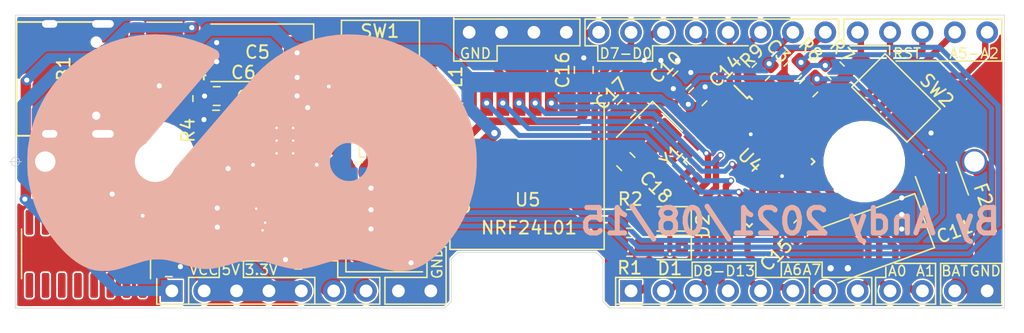
<source format=kicad_pcb>
(kicad_pcb (version 20171130) (host pcbnew "(5.1.9)-1")
  (layers (0 F.Cu signal) (31 B.Cu signal hide) (34 B.Paste user) (35 F.Paste user) (36 B.SilkS user) (37 F.SilkS user) (38 B.Mask user) (39 F.Mask user) (44 Edge.Cuts user))
  (net 0 "")
  (net 1 GNDA)
  (net 2 "Net-(C1-Pad1)")
  (net 3 VCC)
  (net 4 "Net-(C3-Pad2)")
  (net 5 /Reset)
  (net 6 "Net-(C4-Pad2)")
  (net 7 +5V)
  (net 8 +3V3)
  (net 9 "Net-(C18-Pad2)")
  (net 10 "Net-(D1-Pad2)")
  (net 11 /RX)
  (net 12 "Net-(D2-Pad2)")
  (net 13 /TX)
  (net 14 "Net-(L1-Pad1)")
  (net 15 "Net-(U1-Pad15)")
  (net 16 "Net-(U1-Pad14)")
  (net 17 "Net-(U1-Pad12)")
  (net 18 "Net-(U1-Pad11)")
  (net 19 "Net-(U1-Pad10)")
  (net 20 "Net-(U1-Pad9)")
  (net 21 "Net-(U1-Pad8)")
  (net 22 "Net-(U1-Pad7)")
  (net 23 "Net-(U1-Pad6)")
  (net 24 "Net-(U1-Pad5)")
  (net 25 /D2)
  (net 26 /A5)
  (net 27 /A4)
  (net 28 /A3)
  (net 29 /A2)
  (net 30 /A1)
  (net 31 /A0)
  (net 32 /D4)
  (net 33 /D3)
  (net 34 "Net-(USB1-Pad3)")
  (net 35 "Net-(USB1-Pad10)")
  (net 36 "Net-(USB1-Pad4)")
  (net 37 "Net-(USB1-Pad9)")
  (net 38 "Net-(C9-Pad1)")
  (net 39 +BATT)
  (net 40 "Net-(C15-Pad2)")
  (net 41 "Net-(D3-Pad2)")
  (net 42 VBUS)
  (net 43 /D13)
  (net 44 /D12)
  (net 45 /D11)
  (net 46 /D10)
  (net 47 /D9)
  (net 48 /D8)
  (net 49 /D7)
  (net 50 /D6)
  (net 51 /D5)
  (net 52 /A6)
  (net 53 /A7)
  (net 54 /D0)
  (net 55 /D1)
  (net 56 "Net-(R4-Pad2)")
  (net 57 "Net-(R5-Pad2)")
  (net 58 "Net-(U5-Pad8)")
  (net 59 "Net-(C17-Pad2)")
  (net 60 +3V8)
  (module LOGO:logo (layer B.Cu) (at 69.25 41.3 180)
    (fp_text reference G*** hide)
    (fp_text value LOGO hide)
  )
  (module Type-C:HRO-TYPE-C-31-M-12 (layer F.Cu) (at 50.75 35.5 270)
    (fp_text reference USB1 (at 0.2 -3.7 270) (layer F.SilkS))
    (fp_text value HRO-TYPE-C-31-M-12 hide)
    (pad 12 smd rect (at 3.225 -7.695 270) (size 0.6 1.45) (layers F.Cu F.Paste F.Mask) (net 1 GNDA))
    (pad 1 smd rect (at -3.225 -7.695 270) (size 0.6 1.45) (layers F.Cu F.Paste F.Mask) (net 1 GNDA))
    (pad 11 smd rect (at 2.45 -7.695 270) (size 0.6 1.45) (layers F.Cu F.Paste F.Mask) (net 42 VBUS))
    (pad 2 smd rect (at -2.45 -7.695 270) (size 0.6 1.45) (layers F.Cu F.Paste F.Mask) (net 42 VBUS))
    (pad 3 smd rect (at -1.75 -7.695 270) (size 0.3 1.45) (layers F.Cu F.Paste F.Mask) (net 34 "Net-(USB1-Pad3)"))
    (pad 10 smd rect (at 1.75 -7.695 270) (size 0.3 1.45) (layers F.Cu F.Paste F.Mask) (net 35 "Net-(USB1-Pad10)"))
    (pad 4 smd rect (at -1.25 -7.695 270) (size 0.3 1.45) (layers F.Cu F.Paste F.Mask) (net 36 "Net-(USB1-Pad4)"))
    (pad 9 smd rect (at 1.25 -7.695 270) (size 0.3 1.45) (layers F.Cu F.Paste F.Mask) (net 37 "Net-(USB1-Pad9)"))
    (pad 5 smd rect (at -0.75 -7.695 270) (size 0.3 1.45) (layers F.Cu F.Paste F.Mask) (net 23 "Net-(U1-Pad6)"))
    (pad 8 smd rect (at 0.75 -7.695 270) (size 0.3 1.45) (layers F.Cu F.Paste F.Mask) (net 24 "Net-(U1-Pad5)"))
    (pad 7 smd rect (at 0.25 -7.695 270) (size 0.3 1.45) (layers F.Cu F.Paste F.Mask) (net 23 "Net-(U1-Pad6)"))
    (pad 6 smd rect (at -0.25 -7.695 270) (size 0.3 1.45) (layers F.Cu F.Paste F.Mask) (net 24 "Net-(U1-Pad5)"))
    (pad "" np_thru_hole circle (at 2.89 -6.25 270) (size 0.65 0.65) (drill 0.65) (layers *.Cu *.Mask))
    (pad "" np_thru_hole circle (at -2.89 -6.25 270) (size 0.65 0.65) (drill 0.65) (layers *.Cu *.Mask))
    (pad 13 thru_hole oval (at -4.32 -6.78 270) (size 1 2.1) (drill oval 0.6 1.7) (layers *.Cu B.Mask) (net 1 GNDA))
    (pad 13 thru_hole oval (at 4.32 -6.78 270) (size 1 2.1) (drill oval 0.6 1.7) (layers *.Cu B.Mask) (net 1 GNDA))
    (pad 13 thru_hole oval (at -4.32 -2.6 270) (size 1 1.6) (drill oval 0.6 1.2) (layers *.Cu B.Mask) (net 1 GNDA))
    (pad 13 thru_hole oval (at 4.32 -2.6 270) (size 1 1.6) (drill oval 0.6 1.2) (layers *.Cu B.Mask) (net 1 GNDA))
  )
  (module nrf24l01:NRF24L01-SMD (layer F.Cu) (at 90.85 46.1 180)
    (fp_text reference U5 (at 0 1.1 180) (layer F.SilkS))
    (fp_text value NRF24L01_Breakout)
    (fp_text user NRF24L01 (at -0.1 -1.1 180) (layer F.SilkS))
    (pad 8 smd rect (at 4.49 8.7 180) (size 1 2) (layers F.Cu F.Paste F.Mask) (net 58 "Net-(U5-Pad8)"))
    (pad 7 smd rect (at 3.22 8.7 180) (size 1 2) (layers F.Cu F.Paste F.Mask) (net 44 /D12))
    (pad 6 smd rect (at 1.95 8.7 180) (size 1 2) (layers F.Cu F.Paste F.Mask) (net 45 /D11))
    (pad 5 smd rect (at 0.68 8.7 180) (size 1 2) (layers F.Cu F.Paste F.Mask) (net 43 /D13))
    (pad 4 smd rect (at -0.59 8.7 180) (size 1 2) (layers F.Cu F.Paste F.Mask) (net 48 /D8))
    (pad 3 smd rect (at -1.86 8.7 180) (size 1 2) (layers F.Cu F.Paste F.Mask) (net 49 /D7))
    (pad 1 smd rect (at -3.13 8.7 180) (size 1 2) (layers F.Cu F.Paste F.Mask) (net 1 GNDA))
    (pad 2 smd rect (at -4.4 8.7 180) (size 1 2) (layers F.Cu F.Paste F.Mask) (net 8 +3V3))
  )
  (module Capacitor_Tantalum_SMD:CP_EIA-7343-15_Kemet-W (layer F.Cu) (at 117.85 48.15 200)
    (fp_text reference C11 (at -6.330315 -1.612331 20) (layer F.SilkS))
    (fp_text value 22u)
    (pad 2 smd roundrect (at 3.1125 0 200) (size 2.075 2.55) (layers F.Cu F.Paste F.Mask) (roundrect_rratio 0.120482) (net 1 GNDA))
    (pad 1 smd roundrect (at -3.1125 0 200) (size 2.075 2.55) (layers F.Cu F.Paste F.Mask) (roundrect_rratio 0.120482) (net 60 +3V8))
  )
  (module Resource:PinHeader_1x09_P2.54mm_Vertical (layer F.Cu) (at 62.93 52.16 90)
    (fp_text reference J1 hide)
    (fp_text value Conn_01x09 hide)
    (pad 9 thru_hole oval (at 0 20.32 90) (size 1.7 1.7) (drill 1) (layers *.Cu *.Mask) (net 1 GNDA))
    (pad 8 thru_hole oval (at 0 17.78 90) (size 1.7 1.7) (drill 1) (layers *.Cu *.Mask) (net 1 GNDA))
    (pad 7 thru_hole oval (at 0 15.24 90) (size 1.7 1.7) (drill 1) (layers *.Cu *.Mask) (net 8 +3V3))
    (pad 6 thru_hole oval (at 0 12.7 90) (size 1.7 1.7) (drill 1) (layers *.Cu *.Mask) (net 8 +3V3))
    (pad 5 thru_hole oval (at 0 10.16 90) (size 1.7 1.7) (drill 1) (layers *.Cu *.Mask) (net 7 +5V))
    (pad 4 thru_hole oval (at 0 7.62 90) (size 1.7 1.7) (drill 1) (layers *.Cu *.Mask) (net 7 +5V))
    (pad 3 thru_hole oval (at 0 5.08 90) (size 1.7 1.7) (drill 1) (layers *.Cu *.Mask) (net 7 +5V))
    (pad 2 thru_hole oval (at 0 2.54 90) (size 1.7 1.7) (drill 1) (layers *.Cu *.Mask) (net 7 +5V))
    (pad 1 thru_hole rect (at 0 0 90) (size 1.7 1.7) (drill 1) (layers *.Cu *.Mask) (net 3 VCC))
  )
  (module Package_QFP:TQFP-32_7x7mm_P0.8mm (layer F.Cu) (at 108.230583 42 315)
    (fp_text reference U4 (at -0.021625 -0.119796 135) (layer F.SilkS))
    (fp_text value ATmega328P-A)
    (pad 32 smd rect (at -2.8 -4.25 45) (size 1.6 0.55) (layers F.Cu F.Paste F.Mask) (net 25 /D2))
    (pad 31 smd rect (at -2 -4.25 45) (size 1.6 0.55) (layers F.Cu F.Paste F.Mask) (net 55 /D1))
    (pad 30 smd rect (at -1.2 -4.25 45) (size 1.6 0.55) (layers F.Cu F.Paste F.Mask) (net 54 /D0))
    (pad 29 smd rect (at -0.4 -4.25 45) (size 1.6 0.55) (layers F.Cu F.Paste F.Mask) (net 5 /Reset))
    (pad 28 smd rect (at 0.4 -4.25 45) (size 1.6 0.55) (layers F.Cu F.Paste F.Mask) (net 26 /A5))
    (pad 27 smd rect (at 1.2 -4.25 45) (size 1.6 0.55) (layers F.Cu F.Paste F.Mask) (net 27 /A4))
    (pad 26 smd rect (at 2 -4.25 45) (size 1.6 0.55) (layers F.Cu F.Paste F.Mask) (net 28 /A3))
    (pad 25 smd rect (at 2.8 -4.25 45) (size 1.6 0.55) (layers F.Cu F.Paste F.Mask) (net 29 /A2))
    (pad 24 smd rect (at 4.25 -2.8 315) (size 1.6 0.55) (layers F.Cu F.Paste F.Mask) (net 30 /A1))
    (pad 23 smd rect (at 4.25 -2 315) (size 1.6 0.55) (layers F.Cu F.Paste F.Mask) (net 31 /A0))
    (pad 22 smd rect (at 4.25 -1.2 315) (size 1.6 0.55) (layers F.Cu F.Paste F.Mask) (net 53 /A7))
    (pad 21 smd rect (at 4.25 -0.4 315) (size 1.6 0.55) (layers F.Cu F.Paste F.Mask) (net 1 GNDA))
    (pad 20 smd rect (at 4.25 0.4 315) (size 1.6 0.55) (layers F.Cu F.Paste F.Mask) (net 40 "Net-(C15-Pad2)"))
    (pad 19 smd rect (at 4.25 1.2 315) (size 1.6 0.55) (layers F.Cu F.Paste F.Mask) (net 52 /A6))
    (pad 18 smd rect (at 4.25 2 315) (size 1.6 0.55) (layers F.Cu F.Paste F.Mask) (net 7 +5V))
    (pad 17 smd rect (at 4.25 2.8 315) (size 1.6 0.55) (layers F.Cu F.Paste F.Mask) (net 43 /D13))
    (pad 16 smd rect (at 2.8 4.25 45) (size 1.6 0.55) (layers F.Cu F.Paste F.Mask) (net 44 /D12))
    (pad 15 smd rect (at 2 4.25 45) (size 1.6 0.55) (layers F.Cu F.Paste F.Mask) (net 45 /D11))
    (pad 14 smd rect (at 1.2 4.25 45) (size 1.6 0.55) (layers F.Cu F.Paste F.Mask) (net 46 /D10))
    (pad 13 smd rect (at 0.4 4.25 45) (size 1.6 0.55) (layers F.Cu F.Paste F.Mask) (net 47 /D9))
    (pad 12 smd rect (at -0.4 4.25 45) (size 1.6 0.55) (layers F.Cu F.Paste F.Mask) (net 48 /D8))
    (pad 11 smd rect (at -1.2 4.25 45) (size 1.6 0.55) (layers F.Cu F.Paste F.Mask) (net 49 /D7))
    (pad 10 smd rect (at -2 4.25 45) (size 1.6 0.55) (layers F.Cu F.Paste F.Mask) (net 50 /D6))
    (pad 9 smd rect (at -2.8 4.25 45) (size 1.6 0.55) (layers F.Cu F.Paste F.Mask) (net 51 /D5))
    (pad 8 smd rect (at -4.25 2.8 315) (size 1.6 0.55) (layers F.Cu F.Paste F.Mask) (net 9 "Net-(C18-Pad2)"))
    (pad 7 smd rect (at -4.25 2 315) (size 1.6 0.55) (layers F.Cu F.Paste F.Mask) (net 59 "Net-(C17-Pad2)"))
    (pad 6 smd rect (at -4.25 1.2 315) (size 1.6 0.55) (layers F.Cu F.Paste F.Mask) (net 7 +5V))
    (pad 5 smd rect (at -4.25 0.4 315) (size 1.6 0.55) (layers F.Cu F.Paste F.Mask) (net 1 GNDA))
    (pad 4 smd rect (at -4.25 -0.4 315) (size 1.6 0.55) (layers F.Cu F.Paste F.Mask) (net 7 +5V))
    (pad 3 smd rect (at -4.25 -1.2 315) (size 1.6 0.55) (layers F.Cu F.Paste F.Mask) (net 1 GNDA))
    (pad 2 smd rect (at -4.25 -2 315) (size 1.6 0.55) (layers F.Cu F.Paste F.Mask) (net 32 /D4))
    (pad 1 smd rect (at -4.25 -2.8 315) (size 1.6 0.55) (layers F.Cu F.Paste F.Mask) (net 33 /D3))
  )
  (module Resource:PinHeader_1x17_P2.54mm_Vertical (layer F.Cu) (at 86.26 31.84 90)
    (fp_text reference J3 hide)
    (fp_text value Conn_01x17 hide)
    (pad 17 thru_hole oval (at 0 40.64 90) (size 1.7 1.7) (drill 1) (layers *.Cu *.Mask) (net 29 /A2))
    (pad 16 thru_hole oval (at 0 38.1 90) (size 1.7 1.7) (drill 1) (layers *.Cu *.Mask) (net 28 /A3))
    (pad 15 thru_hole oval (at 0 35.56 90) (size 1.7 1.7) (drill 1) (layers *.Cu *.Mask) (net 27 /A4))
    (pad 14 thru_hole oval (at 0 33.02 90) (size 1.7 1.7) (drill 1) (layers *.Cu *.Mask) (net 26 /A5))
    (pad 13 thru_hole oval (at 0 30.48 90) (size 1.7 1.7) (drill 1) (layers *.Cu *.Mask) (net 5 /Reset))
    (pad 12 thru_hole oval (at 0 27.94 90) (size 1.7 1.7) (drill 1) (layers *.Cu *.Mask) (net 54 /D0))
    (pad 11 thru_hole oval (at 0 25.4 90) (size 1.7 1.7) (drill 1) (layers *.Cu *.Mask) (net 55 /D1))
    (pad 10 thru_hole oval (at 0 22.86 90) (size 1.7 1.7) (drill 1) (layers *.Cu *.Mask) (net 25 /D2))
    (pad 9 thru_hole oval (at 0 20.32 90) (size 1.7 1.7) (drill 1) (layers *.Cu *.Mask) (net 33 /D3))
    (pad 8 thru_hole oval (at 0 17.78 90) (size 1.7 1.7) (drill 1) (layers *.Cu *.Mask) (net 32 /D4))
    (pad 7 thru_hole oval (at 0 15.24 90) (size 1.7 1.7) (drill 1) (layers *.Cu *.Mask) (net 51 /D5))
    (pad 6 thru_hole oval (at 0 12.7 90) (size 1.7 1.7) (drill 1) (layers *.Cu *.Mask) (net 50 /D6))
    (pad 5 thru_hole oval (at 0 10.16 90) (size 1.7 1.7) (drill 1) (layers *.Cu *.Mask) (net 49 /D7))
    (pad 4 thru_hole oval (at 0 7.62 90) (size 1.7 1.7) (drill 1) (layers *.Cu *.Mask) (net 1 GNDA))
    (pad 3 thru_hole oval (at 0 5.08 90) (size 1.7 1.7) (drill 1) (layers *.Cu *.Mask) (net 1 GNDA))
    (pad 2 thru_hole oval (at 0 2.54 90) (size 1.7 1.7) (drill 1) (layers *.Cu *.Mask) (net 1 GNDA))
    (pad 1 thru_hole rect (at 0 0 90) (size 1.7 1.7) (drill 1) (layers *.Cu *.Mask) (net 1 GNDA))
  )
  (module Resource:PinHeader_1x12_P2.54mm_Vertical (layer F.Cu) (at 98.96 52.16 90)
    (fp_text reference J2 hide)
    (fp_text value Conn_01x12 hide)
    (pad 12 thru_hole oval (at 0 27.94 90) (size 1.7 1.7) (drill 1) (layers *.Cu *.Mask) (net 1 GNDA))
    (pad 11 thru_hole oval (at 0 25.4 90) (size 1.7 1.7) (drill 1) (layers *.Cu *.Mask) (net 39 +BATT))
    (pad 10 thru_hole oval (at 0 22.86 90) (size 1.7 1.7) (drill 1) (layers *.Cu *.Mask) (net 30 /A1))
    (pad 9 thru_hole oval (at 0 20.32 90) (size 1.7 1.7) (drill 1) (layers *.Cu *.Mask) (net 31 /A0))
    (pad 8 thru_hole oval (at 0 17.78 90) (size 1.7 1.7) (drill 1) (layers *.Cu *.Mask) (net 53 /A7))
    (pad 7 thru_hole oval (at 0 15.24 90) (size 1.7 1.7) (drill 1) (layers *.Cu *.Mask) (net 52 /A6))
    (pad 6 thru_hole oval (at 0 12.7 90) (size 1.7 1.7) (drill 1) (layers *.Cu *.Mask) (net 43 /D13))
    (pad 5 thru_hole oval (at 0 10.16 90) (size 1.7 1.7) (drill 1) (layers *.Cu *.Mask) (net 44 /D12))
    (pad 4 thru_hole oval (at 0 7.62 90) (size 1.7 1.7) (drill 1) (layers *.Cu *.Mask) (net 45 /D11))
    (pad 3 thru_hole oval (at 0 5.08 90) (size 1.7 1.7) (drill 1) (layers *.Cu *.Mask) (net 46 /D10))
    (pad 2 thru_hole oval (at 0 2.54 90) (size 1.7 1.7) (drill 1) (layers *.Cu *.Mask) (net 47 /D9))
    (pad 1 thru_hole rect (at 0 0 90) (size 1.7 1.7) (drill 1) (layers *.Cu *.Mask) (net 48 /D8))
  )
  (module Package_TO_SOT_SMD:SOT-223-3_TabPin2 (layer F.Cu) (at 78.5 47.25 180)
    (fp_text reference U3 (at -0.65 -1.9) (layer F.SilkS))
    (fp_text value AMS1117)
    (pad 1 smd rect (at -3.15 -2.3 180) (size 2 1.5) (layers F.Cu F.Paste F.Mask) (net 1 GNDA))
    (pad 3 smd rect (at -3.15 2.3 180) (size 2 1.5) (layers F.Cu F.Paste F.Mask) (net 7 +5V))
    (pad 2 smd rect (at -3.15 0 180) (size 2 1.5) (layers F.Cu F.Paste F.Mask) (net 8 +3V3))
    (pad 2 smd rect (at 3.15 0 180) (size 2 3.8) (layers F.Cu F.Paste F.Mask) (net 8 +3V3))
  )
  (module Resistor_SMD:R_0805_2012Metric (layer F.Cu) (at 66.4 40.5)
    (fp_text reference R4 (at -2.2 -0.95 90) (layer F.SilkS))
    (fp_text value 200)
    (pad 2 smd roundrect (at 0.9125 0) (size 1.025 1.4) (layers F.Cu F.Paste F.Mask) (roundrect_rratio 0.243902) (net 56 "Net-(R4-Pad2)"))
    (pad 1 smd roundrect (at -0.9125 0) (size 1.025 1.4) (layers F.Cu F.Paste F.Mask) (roundrect_rratio 0.243902) (net 41 "Net-(D3-Pad2)"))
  )
  (module Fuse:Fuse_1812_4532Metric (layer F.Cu) (at 123.35 43.9 110)
    (fp_text reference F2 (at -1.76935 2.814587 110) (layer F.SilkS))
    (fp_text value Fuse)
    (pad 2 smd roundrect (at 2.1375 0 110) (size 1.125 3.4) (layers F.Cu F.Paste F.Mask) (roundrect_rratio 0.222222) (net 39 +BATT))
    (pad 1 smd roundrect (at -2.1375 0 110) (size 1.125 3.4) (layers F.Cu F.Paste F.Mask) (roundrect_rratio 0.222222) (net 60 +3V8))
  )
  (module Fuse:Fuse_1812_4532Metric (layer F.Cu) (at 62.35 32.75 180)
    (fp_text reference F1 (at 0 -0.3) (layer F.SilkS))
    (fp_text value Fuse)
    (pad 2 smd roundrect (at 2.1375 0 180) (size 1.125 3.4) (layers F.Cu F.Paste F.Mask) (roundrect_rratio 0.222222) (net 42 VBUS))
    (pad 1 smd roundrect (at -2.1375 0 180) (size 1.125 3.4) (layers F.Cu F.Paste F.Mask) (roundrect_rratio 0.222222) (net 3 VCC))
  )
  (module Capacitor_SMD:C_0805_2012Metric (layer F.Cu) (at 95.25 34.8 270)
    (fp_text reference C16 (at 0 1.65 90) (layer F.SilkS))
    (fp_text value 0.1u)
    (pad 2 smd roundrect (at 0.95 0 270) (size 1 1.45) (layers F.Cu F.Paste F.Mask) (net 8 +3V3))
    (pad 1 smd roundrect (at -0.95 0 270) (size 1 1.45) (layers F.Cu F.Paste F.Mask) (net 1 GNDA))
  )
  (module Capacitor_SMD:C_0805_2012Metric (layer F.Cu) (at 104.2 36.9 225)
    (fp_text reference C14 (at -2.934493 -0.106066 45) (layer F.SilkS))
    (fp_text value 0.1u)
    (pad 2 smd roundrect (at 0.95 0 225) (size 1 1.45) (layers F.Cu F.Paste F.Mask) (net 7 +5V))
    (pad 1 smd roundrect (at -0.95 0 225) (size 1 1.45) (layers F.Cu F.Paste F.Mask) (net 1 GNDA))
  )
  (module Capacitor_Tantalum_SMD:CP_EIA-7343-15_Kemet-W (layer F.Cu) (at 69.65 46.45 180)
    (fp_text reference C9 (at -0.1 0.05) (layer F.SilkS))
    (fp_text value 22u)
    (pad 2 smd roundrect (at 3.1125 0 180) (size 2.075 2.55) (layers F.Cu F.Paste F.Mask) (roundrect_rratio 0.120482) (net 1 GNDA))
    (pad 1 smd roundrect (at -3.1125 0 180) (size 2.075 2.55) (layers F.Cu F.Paste F.Mask) (roundrect_rratio 0.120482) (net 38 "Net-(C9-Pad1)"))
  )
  (module Capacitor_SMD:C_0805_2012Metric (layer F.Cu) (at 66.4 38.7)
    (fp_text reference C7 (at 2.55 -1.75) (layer F.SilkS))
    (fp_text value 4.7u)
    (pad 2 smd roundrect (at 0.95 0) (size 1 1.45) (layers F.Cu F.Paste F.Mask) (net 3 VCC))
    (pad 1 smd roundrect (at -0.95 0) (size 1 1.45) (layers F.Cu F.Paste F.Mask) (net 1 GNDA))
  )
  (module Capacitor_Tantalum_SMD:CP_EIA-7343-15_Kemet-W (layer F.Cu) (at 69.65 33.45 180)
    (fp_text reference C5 (at 0 0.05) (layer F.SilkS))
    (fp_text value 150u)
    (pad 2 smd roundrect (at 3.1125 0 180) (size 2.075 2.55) (layers F.Cu F.Paste F.Mask) (roundrect_rratio 0.120482) (net 1 GNDA))
    (pad 1 smd roundrect (at -3.1125 0 180) (size 2.075 2.55) (layers F.Cu F.Paste F.Mask) (roundrect_rratio 0.120482) (net 7 +5V))
  )
  (module Crystal:Crystal_SMD_3225-4Pin_3.2x2.5mm (layer F.Cu) (at 100.4 39.85 225)
    (fp_text reference Y1 (at 0 -2.45 45) (layer F.SilkS))
    (fp_text value Crystal_GND24)
    (pad 4 smd rect (at -1.1 -0.85 225) (size 1.4 1.2) (layers F.Cu F.Paste F.Mask) (net 1 GNDA))
    (pad 3 smd rect (at 1.1 -0.85 225) (size 1.4 1.2) (layers F.Cu F.Paste F.Mask) (net 9 "Net-(C18-Pad2)"))
    (pad 2 smd rect (at 1.1 0.85 225) (size 1.4 1.2) (layers F.Cu F.Paste F.Mask) (net 1 GNDA))
    (pad 1 smd rect (at -1.1 0.85 225) (size 1.4 1.2) (layers F.Cu F.Paste F.Mask) (net 59 "Net-(C17-Pad2)"))
  )
  (module Package_SO:SOIC-8-1EP_3.9x4.9mm_P1.27mm_EP2.29x3mm_ThermalVias (layer F.Cu) (at 71.8 40.35)
    (fp_text reference U2 (at -0.8 -3.4) (layer F.SilkS))
    (fp_text value IP5306)
    (pad 9 smd rect (at 0 0) (size 1.8 2.5) (layers B.Cu) (net 1 GNDA))
    (pad 9 thru_hole circle (at 0.65 1) (size 0.5 0.5) (drill 0.2) (layers *.Cu) (net 1 GNDA))
    (pad 9 thru_hole circle (at -0.65 1) (size 0.5 0.5) (drill 0.2) (layers *.Cu) (net 1 GNDA))
    (pad 9 thru_hole circle (at 0.65 0) (size 0.5 0.5) (drill 0.2) (layers *.Cu) (net 1 GNDA))
    (pad 9 thru_hole circle (at -0.65 0) (size 0.5 0.5) (drill 0.2) (layers *.Cu) (net 1 GNDA))
    (pad 9 thru_hole circle (at 0.65 -1) (size 0.5 0.5) (drill 0.2) (layers *.Cu) (net 1 GNDA))
    (pad 9 thru_hole circle (at -0.65 -1) (size 0.5 0.5) (drill 0.2) (layers *.Cu) (net 1 GNDA))
    (pad 9 smd rect (at 0 0) (size 2.29 3) (layers F.Cu F.Mask) (net 1 GNDA))
    (pad 8 smd roundrect (at 2.475 -1.905) (size 1.95 0.6) (layers F.Cu F.Paste F.Mask) (net 7 +5V))
    (pad 7 smd roundrect (at 2.475 -0.635) (size 1.95 0.6) (layers F.Cu F.Paste F.Mask) (net 14 "Net-(L1-Pad1)"))
    (pad 6 smd roundrect (at 2.475 0.635) (size 1.95 0.6) (layers F.Cu F.Paste F.Mask) (net 38 "Net-(C9-Pad1)"))
    (pad 5 smd roundrect (at 2.475 1.905) (size 1.95 0.6) (layers F.Cu F.Paste F.Mask) (net 57 "Net-(R5-Pad2)"))
    (pad 4 smd roundrect (at -2.475 1.905) (size 1.95 0.6) (layers F.Cu F.Paste F.Mask) (net 60 +3V8))
    (pad 3 smd roundrect (at -2.475 0.635) (size 1.95 0.6) (layers F.Cu F.Paste F.Mask) (net 60 +3V8))
    (pad 2 smd roundrect (at -2.475 -0.635) (size 1.95 0.6) (layers F.Cu F.Paste F.Mask) (net 56 "Net-(R4-Pad2)"))
    (pad 1 smd roundrect (at -2.475 -1.905) (size 1.95 0.6) (layers F.Cu F.Paste F.Mask) (net 3 VCC))
  )
  (module Package_SO:SOIC-16_3.9x9.9mm_P1.27mm (layer F.Cu) (at 56.2 49.25 270)
    (fp_text reference U1 (at 0.05 -2.95 90) (layer F.SilkS))
    (fp_text value CH340C)
    (pad 16 smd roundrect (at 2.475 -4.445 270) (size 1.95 0.6) (layers F.Cu F.Paste F.Mask) (net 3 VCC))
    (pad 15 smd roundrect (at 2.475 -3.175 270) (size 1.95 0.6) (layers F.Cu F.Paste F.Mask) (net 15 "Net-(U1-Pad15)"))
    (pad 14 smd roundrect (at 2.475 -1.905 270) (size 1.95 0.6) (layers F.Cu F.Paste F.Mask) (net 16 "Net-(U1-Pad14)"))
    (pad 13 smd roundrect (at 2.475 -0.635 270) (size 1.95 0.6) (layers F.Cu F.Paste F.Mask) (net 4 "Net-(C3-Pad2)"))
    (pad 12 smd roundrect (at 2.475 0.635 270) (size 1.95 0.6) (layers F.Cu F.Paste F.Mask) (net 17 "Net-(U1-Pad12)"))
    (pad 11 smd roundrect (at 2.475 1.905 270) (size 1.95 0.6) (layers F.Cu F.Paste F.Mask) (net 18 "Net-(U1-Pad11)"))
    (pad 10 smd roundrect (at 2.475 3.175 270) (size 1.95 0.6) (layers F.Cu F.Paste F.Mask) (net 19 "Net-(U1-Pad10)"))
    (pad 9 smd roundrect (at 2.475 4.445 270) (size 1.95 0.6) (layers F.Cu F.Paste F.Mask) (net 20 "Net-(U1-Pad9)"))
    (pad 8 smd roundrect (at -2.475 4.445 270) (size 1.95 0.6) (layers F.Cu F.Paste F.Mask) (net 21 "Net-(U1-Pad8)"))
    (pad 7 smd roundrect (at -2.475 3.175 270) (size 1.95 0.6) (layers F.Cu F.Paste F.Mask) (net 22 "Net-(U1-Pad7)"))
    (pad 6 smd roundrect (at -2.475 1.905 270) (size 1.95 0.6) (layers F.Cu F.Paste F.Mask) (net 23 "Net-(U1-Pad6)"))
    (pad 5 smd roundrect (at -2.475 0.635 270) (size 1.95 0.6) (layers F.Cu F.Paste F.Mask) (net 24 "Net-(U1-Pad5)"))
    (pad 4 smd roundrect (at -2.475 -0.635 270) (size 1.95 0.6) (layers F.Cu F.Paste F.Mask) (net 2 "Net-(C1-Pad1)"))
    (pad 3 smd roundrect (at -2.475 -1.905 270) (size 1.95 0.6) (layers F.Cu F.Paste F.Mask) (net 13 /TX))
    (pad 2 smd roundrect (at -2.475 -3.175 270) (size 1.95 0.6) (layers F.Cu F.Paste F.Mask) (net 11 /RX))
    (pad 1 smd roundrect (at -2.475 -4.445 270) (size 1.95 0.6) (layers F.Cu F.Paste F.Mask) (net 1 GNDA))
  )
  (module Button_Switch_SMD:SW_SPST_CK_RS282G05A3 (layer F.Cu) (at 119.75 37 315)
    (fp_text reference SW2 (at 1.838478 -2.687006 135) (layer F.SilkS))
    (fp_text value SW_Push)
    (pad 2 smd rect (at 3.9 0 315) (size 1.5 1.5) (layers F.Cu F.Paste F.Mask) (net 1 GNDA))
    (pad 1 smd rect (at -3.9 0 315) (size 1.5 1.5) (layers F.Cu F.Paste F.Mask) (net 5 /Reset))
  )
  (module Button_Switch_SMD:SW_SPST_CK_RS282G05A3 (layer F.Cu) (at 79.3 32.75)
    (fp_text reference SW1 (at -0.05 -1) (layer F.SilkS))
    (fp_text value SW_Push)
    (pad 2 smd rect (at 3.9 0) (size 1.5 1.5) (layers F.Cu F.Paste F.Mask) (net 1 GNDA))
    (pad 1 smd rect (at -3.9 0) (size 1.5 1.5) (layers F.Cu F.Paste F.Mask) (net 43 /D13))
  )
  (module Resistor_SMD:R_0805_2012Metric (layer F.Cu) (at 98.85 48.7 180)
    (fp_text reference R1 (at 0 -1.65) (layer F.SilkS))
    (fp_text value 1k)
    (pad 2 smd roundrect (at 0.9125 0 180) (size 1.025 1.4) (layers F.Cu F.Paste F.Mask) (roundrect_rratio 0.243902) (net 7 +5V))
    (pad 1 smd roundrect (at -0.9125 0 180) (size 1.025 1.4) (layers F.Cu F.Paste F.Mask) (roundrect_rratio 0.243902) (net 10 "Net-(D1-Pad2)"))
  )
  (module Resistor_SMD:R_0805_2012Metric (layer F.Cu) (at 109.15 34.95 225)
    (fp_text reference R9 (at -0.388909 1.378858 45) (layer F.SilkS))
    (fp_text value 1k)
    (pad 2 smd roundrect (at 0.9125 0 225) (size 1.025 1.4) (layers F.Cu F.Paste F.Mask) (roundrect_rratio 0.243902) (net 55 /D1))
    (pad 1 smd roundrect (at -0.9125 0 225) (size 1.025 1.4) (layers F.Cu F.Paste F.Mask) (roundrect_rratio 0.243902) (net 13 /TX))
  )
  (module Resistor_SMD:R_0805_2012Metric (layer F.Cu) (at 111.65 34.85 225)
    (fp_text reference R8 (at -2.156676 0.176777 135) (layer F.SilkS))
    (fp_text value 1k)
    (pad 2 smd roundrect (at 0.9125 0 225) (size 1.025 1.4) (layers F.Cu F.Paste F.Mask) (roundrect_rratio 0.243902) (net 54 /D0))
    (pad 1 smd roundrect (at -0.9125 0 225) (size 1.025 1.4) (layers F.Cu F.Paste F.Mask) (roundrect_rratio 0.243902) (net 11 /RX))
  )
  (module Resistor_SMD:R_0805_2012Metric (layer F.Cu) (at 115 34.85 135)
    (fp_text reference R7 (at 0.742462 1.449569 135) (layer F.SilkS))
    (fp_text value 10k)
    (pad 2 smd roundrect (at 0.9125 0 135) (size 1.025 1.4) (layers F.Cu F.Paste F.Mask) (roundrect_rratio 0.243902) (net 7 +5V))
    (pad 1 smd roundrect (at -0.9125 0 135) (size 1.025 1.4) (layers F.Cu F.Paste F.Mask) (roundrect_rratio 0.243902) (net 5 /Reset))
  )
  (module Resistor_SMD:R_0805_2012Metric (layer F.Cu) (at 98.85 46.5 180)
    (fp_text reference R2 (at -0.05 1.55) (layer F.SilkS))
    (fp_text value 1k)
    (pad 2 smd roundrect (at 0.9125 0 180) (size 1.025 1.4) (layers F.Cu F.Paste F.Mask) (roundrect_rratio 0.243902) (net 7 +5V))
    (pad 1 smd roundrect (at -0.9125 0 180) (size 1.025 1.4) (layers F.Cu F.Paste F.Mask) (roundrect_rratio 0.243902) (net 12 "Net-(D2-Pad2)"))
  )
  (module Resistor_SMD:R_0805_2012Metric (layer F.Cu) (at 77.65 42.8)
    (fp_text reference R6 (at -2.45 1.5) (layer F.SilkS))
    (fp_text value 0.5)
    (pad 2 smd roundrect (at 0.9125 0) (size 1.025 1.4) (layers F.Cu F.Paste F.Mask) (roundrect_rratio 0.243902) (net 60 +3V8))
    (pad 1 smd roundrect (at -0.9125 0) (size 1.025 1.4) (layers F.Cu F.Paste F.Mask) (roundrect_rratio 0.243902) (net 38 "Net-(C9-Pad1)"))
  )
  (module Resistor_SMD:R_0805_2012Metric (layer F.Cu) (at 75.3 35.2 270)
    (fp_text reference R5 (at 0.4 -1.65 90) (layer F.SilkS))
    (fp_text value 10k)
    (pad 2 smd roundrect (at 0.9125 0 270) (size 1.025 1.4) (layers F.Cu F.Paste F.Mask) (roundrect_rratio 0.243902) (net 57 "Net-(R5-Pad2)"))
    (pad 1 smd roundrect (at -0.9125 0 270) (size 1.025 1.4) (layers F.Cu F.Paste F.Mask) (roundrect_rratio 0.243902) (net 43 /D13))
  )
  (module Resistor_SMD:R_0805_2012Metric (layer F.Cu) (at 63.85 37.05 90)
    (fp_text reference R3 (at 0.05 -3.5 90) (layer F.SilkS))
    (fp_text value 2)
    (pad 2 smd roundrect (at 0.9125 0 90) (size 1.025 1.4) (layers F.Cu F.Paste F.Mask) (roundrect_rratio 0.243902) (net 3 VCC))
    (pad 1 smd roundrect (at -0.9125 0 90) (size 1.025 1.4) (layers F.Cu F.Paste F.Mask) (roundrect_rratio 0.243902) (net 6 "Net-(C4-Pad2)"))
  )
  (module Inductor_SMD:L_Bourns_SRN6045TA (layer F.Cu) (at 80.75 38.55 270)
    (fp_text reference L1 (at -3.2 -4.45 90) (layer F.SilkS))
    (fp_text value L_Small)
    (pad 2 smd rect (at 2.075 0 270) (size 2.35 5.1) (layers F.Cu F.Paste F.Mask) (net 60 +3V8))
    (pad 1 smd rect (at -2.075 0 270) (size 2.35 5.1) (layers F.Cu F.Paste F.Mask) (net 14 "Net-(L1-Pad1)"))
  )
  (module LED_SMD:LED_0805_2012Metric (layer F.Cu) (at 102 46.5 180)
    (fp_text reference D2 (at -2.6 -0.55 90) (layer F.SilkS))
    (fp_text value LED)
    (pad 2 smd roundrect (at 0.9375 0 180) (size 0.975 1.4) (layers F.Cu F.Paste F.Mask) (net 12 "Net-(D2-Pad2)"))
    (pad 1 smd roundrect (at -0.9375 0 180) (size 0.975 1.4) (layers F.Cu F.Paste F.Mask) (net 13 /TX))
  )
  (module LED_SMD:LED_0805_2012Metric (layer F.Cu) (at 66.45 42.55 180)
    (fp_text reference D3 (at -2.95 -1) (layer F.SilkS))
    (fp_text value LED)
    (pad 2 smd roundrect (at 0.9375 0 180) (size 0.975 1.4) (layers F.Cu F.Paste F.Mask) (net 41 "Net-(D3-Pad2)"))
    (pad 1 smd roundrect (at -0.9375 0 180) (size 0.975 1.4) (layers F.Cu F.Paste F.Mask) (net 1 GNDA))
  )
  (module LED_SMD:LED_0805_2012Metric (layer F.Cu) (at 102 48.75 180)
    (fp_text reference D1 (at 0 -1.65) (layer F.SilkS))
    (fp_text value LED)
    (pad 2 smd roundrect (at 0.9375 0 180) (size 0.975 1.4) (layers F.Cu F.Paste F.Mask) (net 10 "Net-(D1-Pad2)"))
    (pad 1 smd roundrect (at -0.9375 0 180) (size 0.975 1.4) (layers F.Cu F.Paste F.Mask) (net 11 /RX))
  )
  (module Capacitor_SMD:C_0805_2012Metric (layer F.Cu) (at 98.55 42 315)
    (fp_text reference C18 (at 3.075914 -0.247487 135) (layer F.SilkS))
    (fp_text value 22p)
    (pad 2 smd roundrect (at 0.95 0 315) (size 1 1.45) (layers F.Cu F.Paste F.Mask) (net 9 "Net-(C18-Pad2)"))
    (pad 1 smd roundrect (at -0.95 0 315) (size 1 1.45) (layers F.Cu F.Paste F.Mask) (net 1 GNDA))
  )
  (module Capacitor_SMD:C_0805_2012Metric (layer F.Cu) (at 98.6 37.85 45)
    (fp_text reference C17 (at 0 -1.68 45) (layer F.SilkS))
    (fp_text value 22p)
    (pad 2 smd roundrect (at 0.95 0 45) (size 1 1.45) (layers F.Cu F.Paste F.Mask) (net 59 "Net-(C17-Pad2)"))
    (pad 1 smd roundrect (at -0.95 0 45) (size 1 1.45) (layers F.Cu F.Paste F.Mask) (net 1 GNDA))
  )
  (module Capacitor_SMD:C_0805_2012Metric (layer F.Cu) (at 72.85 49.7)
    (fp_text reference C12 (at -2.6 -1.7) (layer F.SilkS))
    (fp_text value 1u)
    (pad 2 smd roundrect (at 0.95 0) (size 1 1.45) (layers F.Cu F.Paste F.Mask) (net 8 +3V3))
    (pad 1 smd roundrect (at -0.95 0) (size 1 1.45) (layers F.Cu F.Paste F.Mask) (net 1 GNDA))
  )
  (module Capacitor_SMD:C_0805_2012Metric (layer F.Cu) (at 112.45 47.15 225)
    (fp_text reference C15 (at 3.040559 -0.070711 45) (layer F.SilkS))
    (fp_text value 0.1u)
    (pad 2 smd roundrect (at 0.95 0 225) (size 1 1.45) (layers F.Cu F.Paste F.Mask) (net 40 "Net-(C15-Pad2)"))
    (pad 1 smd roundrect (at -0.95 0 225) (size 1 1.45) (layers F.Cu F.Paste F.Mask) (net 1 GNDA))
  )
  (module Capacitor_SMD:C_0805_2012Metric (layer F.Cu) (at 102.95 35.6 225)
    (fp_text reference C10 (at 0.176777 1.59099 45) (layer F.SilkS))
    (fp_text value 4.7u)
    (pad 2 smd roundrect (at 0.95 0 225) (size 1 1.45) (layers F.Cu F.Paste F.Mask) (net 7 +5V))
    (pad 1 smd roundrect (at -0.95 0 225) (size 1 1.45) (layers F.Cu F.Paste F.Mask) (net 1 GNDA))
  )
  (module Capacitor_SMD:C_0805_2012Metric (layer F.Cu) (at 83.6 45.15 90)
    (fp_text reference C8 (at -0.1 2.2 90) (layer F.SilkS))
    (fp_text value 1u)
    (pad 2 smd roundrect (at 0.95 0 90) (size 1 1.45) (layers F.Cu F.Paste F.Mask) (net 7 +5V))
    (pad 1 smd roundrect (at -0.95 0 90) (size 1 1.45) (layers F.Cu F.Paste F.Mask) (net 1 GNDA))
  )
  (module Capacitor_SMD:C_0805_2012Metric (layer F.Cu) (at 66.45 36.85)
    (fp_text reference C6 (at 2.1 -1.85) (layer F.SilkS))
    (fp_text value 4.7u)
    (pad 2 smd roundrect (at 0.95 0) (size 1 1.45) (layers F.Cu F.Paste F.Mask) (net 3 VCC))
    (pad 1 smd roundrect (at -0.95 0) (size 1 1.45) (layers F.Cu F.Paste F.Mask) (net 1 GNDA))
  )
  (module Capacitor_SMD:C_0805_2012Metric (layer F.Cu) (at 61.95 37 270)
    (fp_text reference C4 (at -1.9 -2.8 180) (layer F.SilkS))
    (fp_text value 4.7u)
    (pad 2 smd roundrect (at 0.95 0 270) (size 1 1.45) (layers F.Cu F.Paste F.Mask) (net 6 "Net-(C4-Pad2)"))
    (pad 1 smd roundrect (at -0.95 0 270) (size 1 1.45) (layers F.Cu F.Paste F.Mask) (net 1 GNDA))
  )
  (module Capacitor_SMD:C_0805_2012Metric (layer F.Cu) (at 112.9 36.2 45)
    (fp_text reference C3 (at 0.353553 -3.747666 135) (layer F.SilkS))
    (fp_text value 0.1u)
    (pad 2 smd roundrect (at 0.95 0 45) (size 1 1.45) (layers F.Cu F.Paste F.Mask) (net 4 "Net-(C3-Pad2)"))
    (pad 1 smd roundrect (at -0.95 0 45) (size 1 1.45) (layers F.Cu F.Paste F.Mask) (net 5 /Reset))
  )
  (module Capacitor_SMD:C_0805_2012Metric (layer F.Cu) (at 62.7 50.3 180)
    (fp_text reference C2 (at 0 1.6) (layer F.SilkS))
    (fp_text value 1u)
    (pad 2 smd roundrect (at 0.95 0 180) (size 1 1.45) (layers F.Cu F.Paste F.Mask) (net 3 VCC))
    (pad 1 smd roundrect (at -0.95 0 180) (size 1 1.45) (layers F.Cu F.Paste F.Mask) (net 1 GNDA))
  )
  (module Capacitor_SMD:C_0805_2012Metric (layer F.Cu) (at 57.3 44.6)
    (fp_text reference C1 (at 0 -1.68) (layer F.SilkS))
    (fp_text value 0.1u)
    (pad 2 smd roundrect (at 0.95 0) (size 1 1.45) (layers F.Cu F.Paste F.Mask) (net 1 GNDA))
    (pad 1 smd roundrect (at -0.95 0) (size 1 1.45) (layers F.Cu F.Paste F.Mask) (net 2 "Net-(C1-Pad1)"))
  )
  (module Resource:BatteryHolder_MPD_BH-18650-PC2 (layer B.Cu) (at 125.9 42 180)
    (fp_text reference BT1 hide)
    (fp_text value Battery_Cell)
    (pad "" np_thru_hole circle (at 64.264 0 180) (size 3.2 3.2) (drill 3.2) (layers *.Cu *.Mask) (clearance 1.6))
    (pad "" np_thru_hole circle (at 8.645 0 180) (size 3.2 3.2) (drill 3.2) (layers *.Cu *.Mask) (clearance 1.6))
    (pad 1 thru_hole circle (at 0 0 180) (size 2 2) (drill 1.6) (layers *.Cu *.Mask) (net 39 +BATT))
    (pad 2 thru_hole rect (at 72.9 0 180) (size 2 2) (drill 1.6) (layers *.Cu *.Mask) (net 1 GNDA))
  )
  (gr_text "By Andy 2021/08/15" (at 111.45 46.7) (layer B.SilkS) (effects (font (size 2 2) (thickness 0.4)) (justify mirror)))
  (gr_line (start 128.05 50) (end 123.25 50) (layer F.SilkS) (width 0.12))
  (gr_line (start 128.05 53.2) (end 128.05 50) (layer F.SilkS) (width 0.12))
  (gr_line (start 123.25 53.2) (end 128.05 53.2) (layer F.SilkS) (width 0.12))
  (gr_line (start 123.25 50) (end 123.25 53.2) (layer F.SilkS) (width 0.12))
  (gr_line (start 82.95 51.1) (end 79.65 51.1) (layer F.SilkS) (width 0.12))
  (gr_line (start 82.95 48.7) (end 82.95 51.1) (layer F.SilkS) (width 0.12))
  (gr_line (start 84.45 48.7) (end 82.95 48.7) (layer F.SilkS) (width 0.12))
  (gr_line (start 84.45 53.1) (end 84.45 48.7) (layer F.SilkS) (width 0.12))
  (gr_line (start 79.65 53.2) (end 84.45 53.2) (layer F.SilkS) (width 0.12))
  (gr_line (start 79.65 51.1) (end 79.65 53.2) (layer F.SilkS) (width 0.12))
  (gr_line (start 79.25 53.2) (end 74.15 53.2) (layer F.SilkS) (width 0.12))
  (gr_line (start 79.25 51.1) (end 79.25 53.2) (layer F.SilkS) (width 0.12))
  (gr_line (start 75.95 51.1) (end 79.25 51.1) (layer F.SilkS) (width 0.12))
  (gr_line (start 75.95 49.8) (end 75.95 51.1) (layer F.SilkS) (width 0.12))
  (gr_line (start 74.55 49.8) (end 75.95 49.8) (layer F.SilkS) (width 0.12))
  (gr_line (start 74.15 53.2) (end 61.75 53.2) (layer F.SilkS) (width 0.12))
  (gr_line (start 74.15 51.1) (end 74.15 53.2) (layer F.SilkS) (width 0.12))
  (gr_line (start 68.55 51.1) (end 74.15 51.1) (layer F.SilkS) (width 0.12))
  (gr_line (start 68.55 49.8) (end 68.55 51.1) (layer F.SilkS) (width 0.12))
  (gr_line (start 66.65 49.8) (end 71.15 49.8) (layer F.SilkS) (width 0.12))
  (gr_line (start 64.25 51.1) (end 66.65 51.1) (layer F.SilkS) (width 0.12))
  (gr_line (start 66.65 49.8) (end 66.65 51.1) (layer F.SilkS) (width 0.12))
  (gr_line (start 64.25 49.8) (end 66.65 49.8) (layer F.SilkS) (width 0.12))
  (gr_line (start 64.25 53.2) (end 64.25 51.1) (layer F.SilkS) (width 0.12))
  (gr_line (start 61.75 51.2) (end 61.75 53.2) (layer F.SilkS) (width 0.12))
  (gr_text GND (at 83.75 50 90) (layer F.SilkS) (effects (font (size 0.8 0.8) (thickness 0.12))))
  (gr_text 3.3V (at 69.95 50.5) (layer F.SilkS) (effects (font (size 0.8 0.8) (thickness 0.12))))
  (gr_text 5V (at 67.55 50.5) (layer F.SilkS) (effects (font (size 0.8 0.8) (thickness 0.12))))
  (gr_text VCC (at 65.45 50.5) (layer F.SilkS) (effects (font (size 0.8 0.8) (thickness 0.12))))
  (gr_text RST (at 119.45 33.5) (layer F.SilkS) (effects (font (size 0.8 0.8) (thickness 0.12)) (justify left)))
  (gr_line (start 108.75 51.1) (end 112.95 51.1) (layer F.SilkS) (width 0.12))
  (gr_line (start 108.75 49.9) (end 108.75 51.1) (layer F.SilkS) (width 0.12))
  (gr_line (start 103.75 49.9) (end 108.75 49.9) (layer F.SilkS) (width 0.12))
  (gr_line (start 103.75 51.1) (end 103.75 49.9) (layer F.SilkS) (width 0.12))
  (gr_line (start 97.75 51.1) (end 103.75 51.1) (layer F.SilkS) (width 0.12))
  (gr_line (start 97.75 53.2) (end 117.85 53.2) (layer F.SilkS) (width 0.12))
  (gr_line (start 97.75 51.1) (end 97.75 53.3) (layer F.SilkS) (width 0.12))
  (gr_text "D8-D13\n" (at 106.25 50.6) (layer F.SilkS) (effects (font (size 0.8 0.8) (thickness 0.12))))
  (gr_line (start 113.95 51.1) (end 117.85 51.1) (layer F.SilkS) (width 0.12))
  (gr_line (start 113.95 49.9) (end 113.95 51.1) (layer F.SilkS) (width 0.12))
  (gr_line (start 110.75 49.9) (end 113.95 49.9) (layer F.SilkS) (width 0.12))
  (gr_line (start 110.75 51.1) (end 110.75 49.9) (layer F.SilkS) (width 0.12))
  (gr_line (start 112.95 53.2) (end 112.95 51.1) (layer F.SilkS) (width 0.12))
  (gr_line (start 117.85 51.1) (end 117.85 53.2) (layer F.SilkS) (width 0.12))
  (gr_line (start 118.15 53.2) (end 122.85 53.2) (layer F.SilkS) (width 0.12))
  (gr_line (start 118.15 51.1) (end 118.15 53.2) (layer F.SilkS) (width 0.12))
  (gr_line (start 118.95 51.1) (end 118.15 51.1) (layer F.SilkS) (width 0.12))
  (gr_line (start 118.95 50.3) (end 118.95 51.1) (layer F.SilkS) (width 0.12))
  (gr_line (start 122.85 50) (end 119.65 50) (layer F.SilkS) (width 0.12))
  (gr_line (start 122.85 53.2) (end 122.85 50) (layer F.SilkS) (width 0.12))
  (gr_text "A7\n" (at 113.15 50.5) (layer F.SilkS) (effects (font (size 0.8 0.8) (thickness 0.12))))
  (gr_text A6 (at 111.65 50.5) (layer F.SilkS) (effects (font (size 0.8 0.8) (thickness 0.12))))
  (gr_text A0 (at 119.85 50.6) (layer F.SilkS) (effects (font (size 0.8 0.8) (thickness 0.12))))
  (gr_text A1 (at 122.05 50.6) (layer F.SilkS) (effects (font (size 0.8 0.8) (thickness 0.12))))
  (gr_text BAT (at 124.35 50.6) (layer F.SilkS) (effects (font (size 0.8 0.8) (thickness 0.12))))
  (gr_text GND (at 126.75 50.6) (layer F.SilkS) (effects (font (size 0.8 0.8) (thickness 0.12))))
  (gr_text "A5-A2\n" (at 123.85 33.5) (layer F.SilkS) (effects (font (size 0.8 0.8) (thickness 0.12)) (justify left)))
  (gr_line (start 119.25 32.9) (end 116.15 32.9) (layer F.SilkS) (width 0.12))
  (gr_line (start 119.25 33.6) (end 119.25 32.9) (layer F.SilkS) (width 0.12))
  (gr_line (start 128.05 34.1) (end 119.75 34.1) (layer F.SilkS) (width 0.12))
  (gr_line (start 128.05 30.8) (end 128.05 34.1) (layer F.SilkS) (width 0.12))
  (gr_line (start 115.65 30.8) (end 128.05 30.8) (layer F.SilkS) (width 0.12))
  (gr_line (start 115.65 30.8) (end 115.65 32.4) (layer F.SilkS) (width 0.12))
  (gr_text D7-D0 (at 98.55 33.5) (layer F.SilkS) (effects (font (size 0.8 0.8) (thickness 0.12))))
  (gr_line (start 115.25 30.8) (end 115.25 32.2) (layer F.SilkS) (width 0.12))
  (gr_line (start 95.35 30.8) (end 115.25 30.8) (layer F.SilkS) (width 0.12))
  (gr_line (start 100.65 32.9) (end 108.15 32.9) (layer F.SilkS) (width 0.12))
  (gr_line (start 100.65 34.1) (end 100.65 32.9) (layer F.SilkS) (width 0.12))
  (gr_line (start 96.35 34.1) (end 100.65 34.1) (layer F.SilkS) (width 0.12))
  (gr_line (start 96.35 32.9) (end 96.35 34.1) (layer F.SilkS) (width 0.12))
  (gr_line (start 95.35 32.9) (end 96.35 32.9) (layer F.SilkS) (width 0.12))
  (gr_line (start 95.35 30.8) (end 95.35 32.9) (layer F.SilkS) (width 0.12))
  (gr_text GND (at 86.75 33.5) (layer F.SilkS) (effects (font (size 0.8 0.8) (thickness 0.12))))
  (gr_line (start 94.95 32.9) (end 94.95 30.8) (layer F.SilkS) (width 0.12))
  (gr_line (start 88.45 32.9) (end 94.95 32.9) (layer F.SilkS) (width 0.12))
  (gr_line (start 88.45 34.1) (end 88.45 32.9) (layer F.SilkS) (width 0.12))
  (gr_line (start 85.05 34.1) (end 88.45 34.1) (layer F.SilkS) (width 0.12))
  (gr_line (start 85.05 30.7) (end 85.05 34.1) (layer F.SilkS) (width 0.12))
  (gr_line (start 94.95 30.8) (end 85.05 30.8) (layer F.SilkS) (width 0.12))
  (gr_line (start 97.25 53.5) (end 128.25 53.51) (layer Edge.Cuts) (width 0.05))
  (gr_line (start 84.85 53) (end 84.35 53.5) (layer Edge.Cuts) (width 0.05))
  (gr_line (start 96.75 53) (end 97.25 53.5) (layer Edge.Cuts) (width 0.05))
  (gr_line (start 96.25 49.15) (end 96.75 49.65) (layer Edge.Cuts) (width 0.05))
  (gr_line (start 85.35 49.15) (end 84.85 49.65) (layer Edge.Cuts) (width 0.05))
  (gr_line (start 96.75 49.65) (end 96.75 53) (layer Edge.Cuts) (width 0.05))
  (gr_line (start 85.35 49.15) (end 96.25 49.15) (layer Edge.Cuts) (width 0.05))
  (gr_line (start 84.85 53) (end 84.85 49.65) (layer Edge.Cuts) (width 0.05))
  (gr_line (start 84.35 53.5) (end 50.65 53.51) (layer Edge.Cuts) (width 0.05))
  (gr_line (start 50.65 30.49) (end 128.25 30.49) (layer Edge.Cuts) (width 0.05))
  (gr_line (start 50.65 30.49) (end 50.65 53.51) (layer Edge.Cuts) (width 0.05))
  (target plus (at 50.65 42) (size 1) (width 0.05) (layer Edge.Cuts))
  (gr_line (start 128.25 30.49) (end 128.25 53.51) (layer Edge.Cuts) (width 0.05))
  (via (at 61.95 36.05) (size 0.8) (drill 0.4) (layers F.Cu B.Cu) (net 1))
  (via (at 63.6 50.25) (size 0.8) (drill 0.4) (layers F.Cu B.Cu) (net 1))
  (via (at 81.7 49.95) (size 0.8) (drill 0.4) (layers F.Cu B.Cu) (net 1))
  (via (at 122.5 39.75) (size 0.8) (drill 0.4) (layers F.Cu B.Cu) (net 1))
  (via (at 67.35 42.55) (size 0.8) (drill 0.4) (layers F.Cu B.Cu) (net 1))
  (via (at 66.5 47.15) (size 0.8) (drill 0.4) (layers F.Cu B.Cu) (net 1))
  (via (at 66.5 45.65) (size 0.8) (drill 0.4) (layers F.Cu B.Cu) (net 1))
  (via (at 66.45 34.15) (size 0.8) (drill 0.4) (layers F.Cu B.Cu) (net 1))
  (via (at 66.45 32.65) (size 0.8) (drill 0.4) (layers F.Cu B.Cu) (net 1))
  (via (at 65.5 36.85) (size 0.8) (drill 0.4) (layers F.Cu B.Cu) (net 1))
  (via (at 65.45 38.7) (size 0.8) (drill 0.4) (layers F.Cu B.Cu) (net 1))
  (segment (start 60.645 46.24974) (end 60.645 46.775) (width 0.6) (layer F.Cu) (net 1))
  (segment (start 58.99526 44.6) (end 60.645 46.24974) (width 0.6) (layer F.Cu) (net 1))
  (segment (start 58.25 44.6) (end 58.99526 44.6) (width 0.6) (layer F.Cu) (net 1))
  (segment (start 97.928249 38.933884) (end 99.021142 40.026777) (width 1) (layer F.Cu) (net 1))
  (segment (start 97.928249 38.521751) (end 97.928249 38.521751) (width 1) (layer F.Cu) (net 1))
  (segment (start 99.021142 40.185356) (end 97.878249 41.328249) (width 1) (layer F.Cu) (net 1))
  (segment (start 99.021142 40.026777) (end 99.021142 40.185356) (width 1) (layer F.Cu) (net 1))
  (segment (start 103.621751 34.978249) (end 103.646751 35.003249) (width 1) (layer F.Cu) (net 1))
  (segment (start 103.621751 34.928249) (end 103.621751 34.978249) (width 1) (layer F.Cu) (net 1))
  (segment (start 104.871751 36.944112) (end 106.073907 38.146268) (width 0.5) (layer F.Cu) (net 1))
  (segment (start 104.871751 36.228249) (end 104.871751 36.944112) (width 0.5) (layer F.Cu) (net 1))
  (segment (start 105.517 39.852103) (end 104.942536 39.277639) (width 0.5) (layer F.Cu) (net 1))
  (segment (start 106.648372 39.852103) (end 105.517 39.852103) (width 0.5) (layer F.Cu) (net 1))
  (segment (start 106.648372 38.720733) (end 106.648372 39.852103) (width 0.5) (layer F.Cu) (net 1))
  (segment (start 106.073907 38.146268) (end 106.648372 38.720733) (width 0.5) (layer F.Cu) (net 1))
  (segment (start 111.51863 44.722361) (end 111.565863 44.722361) (width 0.5) (layer F.Cu) (net 1))
  (segment (start 85.35 32.75) (end 86.26 31.84) (width 1) (layer F.Cu) (net 1))
  (segment (start 83.2 32.75) (end 85.35 32.75) (width 1) (layer F.Cu) (net 1))
  (segment (start 110.810013 44.013743) (end 111.51863 44.722361) (width 0.5) (layer F.Cu) (net 1))
  (segment (start 110.810013 42.310013) (end 110.810013 43.139987) (width 0.5) (layer F.Cu) (net 1))
  (segment (start 108.352103 39.852103) (end 108.352103 39.852103) (width 0.5) (layer F.Cu) (net 1))
  (segment (start 106.648372 39.852103) (end 108.352103 39.852103) (width 0.5) (layer F.Cu) (net 1))
  (segment (start 103.646751 35.003249) (end 104.771751 36.128249) (width 1) (layer F.Cu) (net 1))
  (via (at 103.646751 35.003249) (size 0.8) (drill 0.4) (layers F.Cu B.Cu) (net 1))
  (segment (start 104.771751 36.128249) (end 104.871751 36.228249) (width 1) (layer F.Cu) (net 1))
  (via (at 104.771751 36.128249) (size 0.8) (drill 0.4) (layers F.Cu B.Cu) (net 1))
  (segment (start 110.810013 43.139987) (end 110.810013 44.013743) (width 0.5) (layer F.Cu) (net 1))
  (via (at 110.810013 43.139987) (size 0.5) (drill 0.3) (layers F.Cu B.Cu) (net 1))
  (segment (start 108.352103 39.852103) (end 110.810013 42.310013) (width 0.5) (layer F.Cu) (net 1))
  (via (at 108.352103 39.852103) (size 0.5) (drill 0.3) (layers F.Cu B.Cu) (net 1))
  (segment (start 97.928249 38.521751) (end 97.928249 38.933884) (width 1) (layer F.Cu) (net 1))
  (segment (start 99.227528 39.820391) (end 99.021142 40.026777) (width 0.6) (layer F.Cu) (net 1))
  (segment (start 101.63169 39.820391) (end 99.227528 39.820391) (width 0.6) (layer F.Cu) (net 1))
  (segment (start 101.778858 39.673223) (end 101.63169 39.820391) (width 0.6) (layer F.Cu) (net 1))
  (segment (start 111.51863 44.875128) (end 113.121751 46.478249) (width 0.5) (layer F.Cu) (net 1))
  (segment (start 111.51863 44.722361) (end 111.51863 44.875128) (width 0.5) (layer F.Cu) (net 1))
  (segment (start 102.743502 34.05) (end 103.621751 34.928249) (width 0.8) (layer F.Cu) (net 1))
  (segment (start 99.888319 34.05) (end 100 34.05) (width 0.8) (layer F.Cu) (net 1))
  (segment (start 98.079089 35.85923) (end 99.888319 34.05) (width 0.8) (layer F.Cu) (net 1))
  (segment (start 98.079089 38.370911) (end 98.079089 35.85923) (width 0.6) (layer F.Cu) (net 1))
  (segment (start 97.928249 38.521751) (end 98.079089 38.370911) (width 0.6) (layer F.Cu) (net 1))
  (segment (start 100 34.05) (end 101.3 34.05) (width 0.8) (layer F.Cu) (net 1))
  (via (at 100 34.05) (size 0.8) (drill 0.4) (layers F.Cu B.Cu) (net 1))
  (segment (start 101.3 34.05) (end 102.6 34.05) (width 0.8) (layer F.Cu) (net 1))
  (via (at 101.3 34.05) (size 0.8) (drill 0.4) (layers F.Cu B.Cu) (net 1))
  (segment (start 102.6 34.05) (end 102.743502 34.05) (width 0.8) (layer F.Cu) (net 1))
  (via (at 102.6 34.05) (size 0.8) (drill 0.4) (layers F.Cu B.Cu) (net 1))
  (segment (start 93.98 35.12) (end 93.98 37.4) (width 0.8) (layer F.Cu) (net 1))
  (segment (start 95.25 33.85) (end 95.25 33.85) (width 0.8) (layer F.Cu) (net 1))
  (segment (start 95.25 33.85) (end 93.98 35.12) (width 0.8) (layer F.Cu) (net 1))
  (via (at 95.25 33.85) (size 0.8) (drill 0.4) (layers F.Cu B.Cu) (net 1))
  (segment (start 58.445 32.095) (end 57.53 31.18) (width 0.5) (layer F.Cu) (net 1))
  (segment (start 58.445 32.275) (end 58.445 32.095) (width 0.5) (layer F.Cu) (net 1))
  (segment (start 58.445 38.905) (end 57.53 39.82) (width 0.5) (layer F.Cu) (net 1))
  (segment (start 58.445 38.725) (end 58.445 38.905) (width 0.5) (layer F.Cu) (net 1))
  (segment (start 60.645 46.24974) (end 60.645 46.24974) (width 0.6) (layer F.Cu) (net 1))
  (via (at 60.645 46.24974) (size 0.6) (drill 0.3) (layers F.Cu B.Cu) (net 1))
  (via (at 58.25 44.55) (size 0.8) (drill 0.4) (layers F.Cu B.Cu) (net 1))
  (via (at 71.85 49.7) (size 0.8) (drill 0.4) (layers F.Cu B.Cu) (net 1))
  (segment (start 96.645578 48.19499) (end 84.954421 48.194991) (width 1.6) (layer B.Cu) (net 1))
  (segment (start 84.954421 48.194991) (end 83.25 49.899412) (width 1.6) (layer B.Cu) (net 1))
  (segment (start 83.25 49.899412) (end 83.25 52.16) (width 1.6) (layer B.Cu) (net 1))
  (segment (start 98.830587 50.379999) (end 96.645578 48.19499) (width 1.6) (layer B.Cu) (net 1))
  (segment (start 126.9 52.16) (end 125.119999 50.379999) (width 1.6) (layer B.Cu) (net 1))
  (segment (start 125.119999 50.379999) (end 115.970001 50.379999) (width 1.6) (layer B.Cu) (net 1))
  (segment (start 82.234002 49.55) (end 83.6 48.184002) (width 1) (layer F.Cu) (net 1))
  (segment (start 83.6 48.184002) (end 83.6 46.1) (width 1) (layer F.Cu) (net 1))
  (segment (start 81.65 49.55) (end 82.234002 49.55) (width 1) (layer F.Cu) (net 1))
  (segment (start 114.620001 50.379999) (end 98.830587 50.379999) (width 1.6) (layer B.Cu) (net 1))
  (via (at 114.620001 50.379999) (size 1) (drill 0.5) (layers F.Cu B.Cu) (net 1))
  (segment (start 115.970001 50.379999) (end 114.620001 50.379999) (width 1.6) (layer B.Cu) (net 1))
  (via (at 115.970001 50.379999) (size 1) (drill 0.5) (layers F.Cu B.Cu) (net 1))
  (segment (start 56.35 44.6) (end 56.85 45.1) (width 0.6) (layer F.Cu) (net 2))
  (segment (start 56.85 46.76) (end 56.835 46.775) (width 0.6) (layer F.Cu) (net 2))
  (segment (start 56.85 45.1) (end 56.85 46.76) (width 0.6) (layer F.Cu) (net 2))
  (segment (start 64.4875 35.5) (end 63.85 36.1375) (width 1) (layer F.Cu) (net 3))
  (segment (start 64.4875 32.75) (end 64.4875 32.75) (width 1) (layer F.Cu) (net 3))
  (segment (start 67.4 36.125) (end 67.4 36.85) (width 1) (layer F.Cu) (net 3))
  (segment (start 66.76999 35.49499) (end 67.4 36.125) (width 1) (layer F.Cu) (net 3))
  (segment (start 64.49251 35.49499) (end 66.76999 35.49499) (width 1) (layer F.Cu) (net 3))
  (segment (start 64.4875 35.5) (end 64.49251 35.49499) (width 1) (layer F.Cu) (net 3))
  (segment (start 67.4 38.65) (end 67.35 38.7) (width 1) (layer F.Cu) (net 3))
  (segment (start 67.4 36.85) (end 67.4 38.65) (width 1) (layer F.Cu) (net 3))
  (segment (start 67.605 38.445) (end 67.35 38.7) (width 1) (layer F.Cu) (net 3))
  (segment (start 67.4 37.64) (end 68.205 38.445) (width 1) (layer F.Cu) (net 3))
  (segment (start 67.4 36.85) (end 67.4 37.64) (width 1) (layer F.Cu) (net 3))
  (segment (start 68.205 38.445) (end 67.605 38.445) (width 1) (layer F.Cu) (net 3))
  (segment (start 69.325 38.445) (end 68.205 38.445) (width 1) (layer F.Cu) (net 3))
  (segment (start 61.75 50.98) (end 62.93 52.16) (width 0.8) (layer F.Cu) (net 3))
  (segment (start 61.75 50.15) (end 61.75 50.98) (width 0.8) (layer F.Cu) (net 3))
  (segment (start 62.495 51.725) (end 62.93 52.16) (width 0.8) (layer F.Cu) (net 3))
  (segment (start 60.645 51.725) (end 62.495 51.725) (width 0.8) (layer F.Cu) (net 3))
  (segment (start 60.645 51.255) (end 61.75 50.15) (width 0.8) (layer F.Cu) (net 3))
  (segment (start 60.645 51.725) (end 60.645 51.255) (width 0.8) (layer F.Cu) (net 3))
  (segment (start 64.4875 35.5) (end 64.4875 32.4875) (width 1) (layer F.Cu) (net 3))
  (via (at 64.499999 31.46999) (size 0.8) (drill 0.4) (layers F.Cu B.Cu) (net 3))
  (segment (start 59.473356 31.46999) (end 64.499999 31.46999) (width 0.8) (layer B.Cu) (net 3))
  (segment (start 59.43001 31.46999) (end 57.03001 33.86999) (width 0.8) (layer B.Cu) (net 3))
  (segment (start 57.03001 33.86999) (end 53.28001 33.86999) (width 0.8) (layer B.Cu) (net 3))
  (segment (start 59.473356 31.46999) (end 59.43001 31.46999) (width 0.8) (layer B.Cu) (net 3))
  (segment (start 53.28001 33.86999) (end 51.55 35.6) (width 0.8) (layer B.Cu) (net 3))
  (segment (start 51.55 35.6) (end 51.55 35.6) (width 0.8) (layer B.Cu) (net 3))
  (via (at 51.55 35.6) (size 0.8) (drill 0.4) (layers F.Cu B.Cu) (net 3))
  (segment (start 51.469999 44.680001) (end 51.469999 44.930001) (width 0.8) (layer F.Cu) (net 3))
  (segment (start 51.449962 44.950038) (end 51.4 44.950038) (width 0.8) (layer F.Cu) (net 3))
  (segment (start 51.469999 35.680001) (end 51.469999 44.930001) (width 0.8) (layer F.Cu) (net 3))
  (segment (start 51.55 35.6) (end 51.469999 35.680001) (width 0.8) (layer F.Cu) (net 3))
  (via (at 51.4 44.950038) (size 0.8) (drill 0.4) (layers F.Cu B.Cu) (net 3))
  (segment (start 51.469999 44.930001) (end 51.449962 44.950038) (width 0.8) (layer F.Cu) (net 3))
  (segment (start 58.609962 52.16) (end 62.93 52.16) (width 0.8) (layer B.Cu) (net 3))
  (segment (start 51.4 44.950038) (end 58.609962 52.16) (width 0.8) (layer B.Cu) (net 3))
  (via (at 113.55 35.5) (size 0.8) (drill 0.4) (layers F.Cu B.Cu) (net 4))
  (segment (start 56.835 50.75) (end 58.385009 49.199991) (width 0.4) (layer F.Cu) (net 4))
  (segment (start 58.385009 49.199991) (end 68.250009 49.199991) (width 0.4) (layer F.Cu) (net 4))
  (segment (start 123.4 42.55) (end 123.4 46.2) (width 0.4) (layer B.Cu) (net 4))
  (segment (start 70.15395 45.169998) (end 69.295598 45.169998) (width 0.4) (layer B.Cu) (net 4))
  (segment (start 123.4 46.2) (end 121.410034 48.189966) (width 0.4) (layer B.Cu) (net 4))
  (segment (start 121.410034 48.189966) (end 99.737724 48.189966) (width 0.4) (layer B.Cu) (net 4))
  (segment (start 97.552716 46.004958) (end 82.515543 46.004959) (width 0.4) (layer B.Cu) (net 4))
  (segment (start 68.950001 45.515595) (end 68.950001 46.300001) (width 0.4) (layer B.Cu) (net 4))
  (segment (start 68.250009 49.199991) (end 70.05 47.4) (width 0.4) (layer F.Cu) (net 4))
  (segment (start 69.295598 45.169998) (end 68.950001 45.515595) (width 0.4) (layer B.Cu) (net 4))
  (segment (start 73.483952 48.5) (end 70.15395 45.169998) (width 0.4) (layer B.Cu) (net 4))
  (segment (start 113.55 35.5) (end 116.35 35.5) (width 0.4) (layer B.Cu) (net 4))
  (segment (start 99.737724 48.189966) (end 97.552716 46.004958) (width 0.4) (layer B.Cu) (net 4))
  (segment (start 68.950001 46.300001) (end 70.05 47.4) (width 0.4) (layer B.Cu) (net 4))
  (segment (start 82.515543 46.004959) (end 80.020502 48.5) (width 0.4) (layer B.Cu) (net 4))
  (segment (start 80.020502 48.5) (end 73.483952 48.5) (width 0.4) (layer B.Cu) (net 4))
  (segment (start 116.35 35.5) (end 123.4 42.55) (width 0.4) (layer B.Cu) (net 4))
  (via (at 70.05 47.4) (size 0.4) (drill 0.2) (layers F.Cu B.Cu) (net 4))
  (segment (start 56.835 51.725) (end 56.835 50.75) (width 0.4) (layer F.Cu) (net 4))
  (segment (start 116.74 31.84) (end 117.0525 31.84) (width 0.6) (layer F.Cu) (net 5))
  (segment (start 112.228249 37.271751) (end 112.228249 36.871751) (width 0.5) (layer F.Cu) (net 5))
  (segment (start 110.952944 38.547056) (end 112.228249 37.271751) (width 0.5) (layer F.Cu) (net 5))
  (segment (start 110.952944 38.711953) (end 110.952944 38.547056) (width 0.5) (layer F.Cu) (net 5))
  (segment (start 112.791613 37.944515) (end 115.240893 35.495235) (width 0.5) (layer F.Cu) (net 5))
  (segment (start 112.201188 37.944515) (end 112.791613 37.944515) (width 0.5) (layer F.Cu) (net 5))
  (segment (start 112.008214 38.137489) (end 112.201188 37.944515) (width 0.5) (layer F.Cu) (net 5))
  (segment (start 111.732454 38.137489) (end 112.008214 38.137489) (width 0.5) (layer F.Cu) (net 5))
  (segment (start 111.15799 38.711953) (end 111.732454 38.137489) (width 0.5) (layer F.Cu) (net 5))
  (segment (start 115.240893 35.495235) (end 115.645235 35.495235) (width 0.5) (layer F.Cu) (net 5))
  (segment (start 110.952944 38.711953) (end 111.15799 38.711953) (width 0.5) (layer F.Cu) (net 5))
  (segment (start 115.739333 35.495235) (end 116.992284 34.242284) (width 0.5) (layer F.Cu) (net 5))
  (segment (start 115.645235 35.495235) (end 115.739333 35.495235) (width 0.5) (layer F.Cu) (net 5))
  (segment (start 116.992284 32.092284) (end 116.74 31.84) (width 0.5) (layer F.Cu) (net 5))
  (segment (start 116.992284 34.242284) (end 116.992284 32.092284) (width 0.5) (layer F.Cu) (net 5))
  (segment (start 61.9625 37.9625) (end 61.95 37.95) (width 1) (layer F.Cu) (net 6))
  (segment (start 63.85 37.9625) (end 61.9625 37.9625) (width 1) (layer F.Cu) (net 6))
  (via (at 114.2 34.45) (size 0.8) (drill 0.4) (layers F.Cu B.Cu) (net 7))
  (segment (start 97.9375 46.5) (end 97.9375 48.7) (width 1.6) (layer F.Cu) (net 7))
  (segment (start 73.84 38.01) (end 72.7625 36.9325) (width 1.6) (layer F.Cu) (net 7))
  (segment (start 74.275 38.445) (end 73.84 38.01) (width 0.6) (layer F.Cu) (net 7))
  (segment (start 72.7625 36.9325) (end 72.7625 36.8375) (width 1.6) (layer F.Cu) (net 7))
  (segment (start 73.84 38.01) (end 73.59 37.76) (width 0.6) (layer F.Cu) (net 7))
  (segment (start 82.25 44.95) (end 81.65 44.95) (width 0.8) (layer F.Cu) (net 7))
  (segment (start 102.278249 36.271751) (end 102.278249 36.271751) (width 1) (layer F.Cu) (net 7))
  (segment (start 103.528249 38.994722) (end 104.376851 39.843324) (width 0.5) (layer F.Cu) (net 7))
  (segment (start 103.528249 37.571751) (end 103.528249 38.994722) (width 0.5) (layer F.Cu) (net 7))
  (segment (start 104.36802 37.571751) (end 105.508222 38.711953) (width 0.5) (layer F.Cu) (net 7))
  (segment (start 103.528249 37.571751) (end 104.36802 37.571751) (width 0.5) (layer F.Cu) (net 7))
  (via (at 102.278249 36.271751) (size 0.8) (drill 0.4) (layers F.Cu B.Cu) (net 7))
  (segment (start 103.453249 37.496751) (end 103.528249 37.571751) (width 1) (layer F.Cu) (net 7))
  (via (at 103.453249 37.496751) (size 0.8) (drill 0.4) (layers F.Cu B.Cu) (net 7))
  (segment (start 103.458651 36.271751) (end 102.278249 36.271751) (width 0.4) (layer B.Cu) (net 7))
  (segment (start 104.332154 35.398248) (end 103.458651 36.271751) (width 0.4) (layer B.Cu) (net 7))
  (segment (start 112.182154 35.398248) (end 104.332154 35.398248) (width 0.4) (layer B.Cu) (net 7))
  (segment (start 113.130402 34.45) (end 112.182154 35.398248) (width 0.4) (layer B.Cu) (net 7))
  (segment (start 114.2 34.45) (end 113.130402 34.45) (width 0.4) (layer B.Cu) (net 7))
  (segment (start 103.453249 37.446751) (end 102.278249 36.271751) (width 1) (layer B.Cu) (net 7))
  (segment (start 103.453249 37.496751) (end 103.453249 37.446751) (width 1) (layer B.Cu) (net 7))
  (segment (start 72.7625 33.45) (end 72.7625 33.45) (width 1.6) (layer F.Cu) (net 7))
  (via (at 72.7625 33.45) (size 0.8) (drill 0.4) (layers F.Cu B.Cu) (net 7))
  (segment (start 73.59 37.76) (end 73.53 37.7) (width 0.6) (layer F.Cu) (net 7))
  (via (at 73.59 37.76) (size 0.8) (drill 0.4) (layers F.Cu B.Cu) (net 7))
  (via (at 72.7625 36.8375) (size 0.8) (drill 0.4) (layers F.Cu B.Cu) (net 7))
  (via (at 72.7625 35.3875) (size 0.8) (drill 0.4) (layers F.Cu B.Cu) (net 7))
  (segment (start 73.59 37.665) (end 72.7625 36.8375) (width 1.6) (layer B.Cu) (net 7))
  (segment (start 73.59 37.76) (end 73.59 37.665) (width 1.6) (layer B.Cu) (net 7))
  (segment (start 72.7625 36.8375) (end 72.7625 35.3875) (width 1.6) (layer B.Cu) (net 7))
  (segment (start 72.7625 35.3875) (end 72.7625 33.45) (width 1.6) (layer B.Cu) (net 7))
  (segment (start 82.4 44.2) (end 81.65 44.95) (width 0.8) (layer F.Cu) (net 7))
  (segment (start 83.6 44.2) (end 82.4 44.2) (width 0.8) (layer F.Cu) (net 7))
  (segment (start 84 33.6) (end 72.7 33.6) (width 1.6) (layer B.Cu) (net 7))
  (segment (start 72.7 33.6) (end 72.6 33.5) (width 1.6) (layer B.Cu) (net 7))
  (segment (start 102.278249 36.271751) (end 101.765597 35.759099) (width 1.6) (layer B.Cu) (net 7))
  (segment (start 101.765597 35.759099) (end 86.159099 35.759099) (width 1.6) (layer B.Cu) (net 7))
  (segment (start 86.159099 35.759099) (end 84 33.6) (width 1.6) (layer B.Cu) (net 7))
  (segment (start 106.424401 40.569999) (end 109.247109 43.392707) (width 0.5) (layer F.Cu) (net 7))
  (segment (start 104.376851 39.843324) (end 105.103526 40.569999) (width 0.5) (layer F.Cu) (net 7))
  (segment (start 109.247109 43.392707) (end 109.247109 45.844953) (width 0.5) (layer F.Cu) (net 7))
  (segment (start 109.247109 45.844953) (end 109.821573 46.419417) (width 0.5) (layer F.Cu) (net 7))
  (segment (start 105.103526 40.569999) (end 106.424401 40.569999) (width 0.5) (layer F.Cu) (net 7))
  (segment (start 65.47 50.595598) (end 65.47 52.16) (width 1) (layer B.Cu) (net 7))
  (segment (start 65.47 52.16) (end 68.01 52.16) (width 1.6) (layer B.Cu) (net 7))
  (segment (start 68.01 52.16) (end 70.55 52.16) (width 1.6) (layer B.Cu) (net 7))
  (segment (start 70.55 52.16) (end 73.09 52.16) (width 1.6) (layer B.Cu) (net 7))
  (segment (start 66.445598 50.595598) (end 68.01 52.16) (width 1.6) (layer B.Cu) (net 7))
  (segment (start 65.47 50.595598) (end 66.445598 50.595598) (width 1.6) (layer B.Cu) (net 7))
  (segment (start 68.985598 50.595598) (end 70.55 52.16) (width 1.6) (layer B.Cu) (net 7))
  (segment (start 66.445598 50.595598) (end 68.985598 50.595598) (width 1.6) (layer B.Cu) (net 7))
  (segment (start 56.15 48.1) (end 62.974402 48.1) (width 1) (layer B.Cu) (net 7))
  (segment (start 51.30501 43.25501) (end 56.15 48.1) (width 1) (layer B.Cu) (net 7))
  (segment (start 51.30501 37.54499) (end 51.30501 43.25501) (width 1) (layer B.Cu) (net 7))
  (segment (start 53.95 34.9) (end 51.30501 37.54499) (width 1) (layer B.Cu) (net 7))
  (segment (start 59.9 32.5) (end 57.5 34.9) (width 1) (layer B.Cu) (net 7))
  (segment (start 57.5 34.9) (end 53.95 34.9) (width 1) (layer B.Cu) (net 7))
  (segment (start 64.956654 32.5) (end 59.9 32.5) (width 1) (layer B.Cu) (net 7))
  (segment (start 62.974402 48.1) (end 65.47 50.595598) (width 1) (layer B.Cu) (net 7))
  (segment (start 65.836655 31.619999) (end 64.956654 32.5) (width 1) (layer B.Cu) (net 7))
  (segment (start 70.932499 31.619999) (end 65.836655 31.619999) (width 1) (layer B.Cu) (net 7))
  (segment (start 72.7625 33.45) (end 70.932499 31.619999) (width 1) (layer B.Cu) (net 7))
  (segment (start 83.8 44.2) (end 88.239989 39.760011) (width 1) (layer F.Cu) (net 7))
  (segment (start 83.6 44.2) (end 83.8 44.2) (width 1) (layer F.Cu) (net 7))
  (segment (start 88.239989 39.760011) (end 88.239989 39.760011) (width 1) (layer F.Cu) (net 7))
  (via (at 88.239989 39.760011) (size 1) (drill 0.5) (layers F.Cu B.Cu) (net 7))
  (segment (start 86.159099 37.679121) (end 86.159099 35.759099) (width 1) (layer B.Cu) (net 7))
  (segment (start 88.239989 39.760011) (end 86.159099 37.679121) (width 1) (layer B.Cu) (net 7))
  (segment (start 97.73249 48.49499) (end 97.9375 48.7) (width 1) (layer F.Cu) (net 7))
  (segment (start 93.5 44.2) (end 97.73249 48.43249) (width 1) (layer F.Cu) (net 7))
  (segment (start 97.73249 48.43249) (end 97.73249 48.49499) (width 1) (layer F.Cu) (net 7))
  (segment (start 83.6 44.2) (end 93.5 44.2) (width 1) (layer F.Cu) (net 7))
  (segment (start 75.35 47.343788) (end 75.35 47.25) (width 1.6) (layer F.Cu) (net 8))
  (segment (start 75.35 49.34) (end 78.17 52.16) (width 1.6) (layer F.Cu) (net 8))
  (segment (start 75.35 47.25) (end 75.35 49.34) (width 1.6) (layer F.Cu) (net 8))
  (segment (start 75.35 51.88) (end 75.63 52.16) (width 1.6) (layer F.Cu) (net 8))
  (segment (start 75.35 49.34) (end 75.35 51.88) (width 1.6) (layer F.Cu) (net 8))
  (segment (start 76.71751 48.61751) (end 75.35 47.25) (width 0.8) (layer F.Cu) (net 8))
  (segment (start 80.03249 48.61751) (end 76.71751 48.61751) (width 0.8) (layer F.Cu) (net 8))
  (segment (start 81.4 47.25) (end 80.03249 48.61751) (width 0.8) (layer F.Cu) (net 8))
  (segment (start 81.65 47.25) (end 81.4 47.25) (width 0.8) (layer F.Cu) (net 8))
  (segment (start 95.25 35.75) (end 95.25 37.4) (width 0.8) (layer F.Cu) (net 8))
  (segment (start 81.425998 47.25) (end 80 45.824002) (width 0.6) (layer F.Cu) (net 8))
  (segment (start 81.65 47.25) (end 81.425998 47.25) (width 0.6) (layer F.Cu) (net 8))
  (segment (start 80.03249 47.76751) (end 80.03249 48.61751) (width 0.6) (layer F.Cu) (net 8))
  (segment (start 80 47.73502) (end 80.03249 47.76751) (width 0.6) (layer F.Cu) (net 8))
  (segment (start 80 45.824002) (end 80 47.73502) (width 0.6) (layer F.Cu) (net 8))
  (segment (start 80 45.824002) (end 80 46.6) (width 0.6) (layer F.Cu) (net 8))
  (segment (start 80 46.6) (end 80.4 47) (width 0.6) (layer F.Cu) (net 8))
  (segment (start 80.4 47) (end 80.4 47.45) (width 0.6) (layer F.Cu) (net 8))
  (segment (start 94.824001 38.830001) (end 95.25 38.404002) (width 0.6) (layer F.Cu) (net 8))
  (segment (start 95.25 38.404002) (end 95.25 37.4) (width 0.6) (layer F.Cu) (net 8))
  (segment (start 87.419999 38.830001) (end 94.824001 38.830001) (width 0.6) (layer F.Cu) (net 8))
  (segment (start 83.15 43.1) (end 87.419999 38.830001) (width 0.6) (layer F.Cu) (net 8))
  (segment (start 80.975998 43.1) (end 83.15 43.1) (width 0.6) (layer F.Cu) (net 8))
  (segment (start 80 44.075998) (end 80.975998 43.1) (width 0.6) (layer F.Cu) (net 8))
  (segment (start 80 45.824002) (end 80 44.075998) (width 0.6) (layer F.Cu) (net 8))
  (segment (start 74.99 49.7) (end 75.35 49.34) (width 1.6) (layer F.Cu) (net 8))
  (segment (start 73.8 49.7) (end 74.99 49.7) (width 1.6) (layer F.Cu) (net 8))
  (segment (start 100.844365 41.85) (end 100.223223 41.228858) (width 0.4) (layer F.Cu) (net 9))
  (segment (start 102.370175 41.85) (end 100.844365 41.85) (width 0.4) (layer F.Cu) (net 9))
  (segment (start 103.24548 40.974695) (end 102.370175 41.85) (width 0.4) (layer F.Cu) (net 9))
  (segment (start 100.223223 41.670279) (end 99.221751 42.671751) (width 1) (layer F.Cu) (net 9))
  (segment (start 100.223223 41.228858) (end 100.223223 41.670279) (width 1) (layer F.Cu) (net 9))
  (segment (start 101.0125 48.7) (end 101.0625 48.75) (width 1) (layer F.Cu) (net 10))
  (segment (start 99.7625 48.7) (end 101.0125 48.7) (width 1) (layer F.Cu) (net 10))
  (segment (start 112.25 34.2) (end 112.290472 34.2) (width 0.4) (layer B.Cu) (net 11))
  (segment (start 112.290472 34.2) (end 112.295236 34.204764) (width 0.4) (layer B.Cu) (net 11))
  (via (at 112.295236 34.204764) (size 0.8) (drill 0.4) (layers F.Cu B.Cu) (net 11))
  (segment (start 112.9 33.6) (end 123 33.6) (width 0.4) (layer B.Cu) (net 11))
  (segment (start 127.230001 46.719999) (end 125.230023 48.719977) (width 0.4) (layer B.Cu) (net 11))
  (segment (start 125.230023 48.719977) (end 102.980023 48.719977) (width 0.4) (layer B.Cu) (net 11))
  (segment (start 123 33.6) (end 127.230001 37.830001) (width 0.4) (layer B.Cu) (net 11))
  (segment (start 127.230001 37.830001) (end 127.230001 46.719999) (width 0.4) (layer B.Cu) (net 11))
  (segment (start 112.295236 34.204764) (end 112.9 33.6) (width 0.4) (layer B.Cu) (net 11))
  (via (at 102.980023 48.719977) (size 0.4) (drill 0.2) (layers F.Cu B.Cu) (net 11))
  (segment (start 59.744989 48.119989) (end 67.512853 48.119989) (width 0.4) (layer F.Cu) (net 11))
  (segment (start 59.375 46.775) (end 59.375 47.75) (width 0.4) (layer F.Cu) (net 11))
  (segment (start 67.512853 48.119989) (end 69.55 46.082842) (width 0.4) (layer F.Cu) (net 11))
  (segment (start 69.55 46.082842) (end 69.55 45.7) (width 0.4) (layer F.Cu) (net 11))
  (via (at 69.55 45.7) (size 0.4) (drill 0.2) (layers F.Cu B.Cu) (net 11))
  (segment (start 59.375 47.75) (end 59.744989 48.119989) (width 0.4) (layer F.Cu) (net 11))
  (segment (start 69.899548 45.7) (end 69.55 45.7) (width 0.4) (layer B.Cu) (net 11))
  (segment (start 99.518188 48.719977) (end 97.333179 46.534969) (width 0.4) (layer B.Cu) (net 11))
  (segment (start 102.980023 48.719977) (end 99.518188 48.719977) (width 0.4) (layer B.Cu) (net 11))
  (segment (start 80.240039 49.030011) (end 73.229559 49.030011) (width 0.4) (layer B.Cu) (net 11))
  (segment (start 73.229559 49.030011) (end 69.899548 45.7) (width 0.4) (layer B.Cu) (net 11))
  (segment (start 82.735081 46.534969) (end 80.240039 49.030011) (width 0.4) (layer B.Cu) (net 11))
  (segment (start 97.333179 46.534969) (end 82.735081 46.534969) (width 0.4) (layer B.Cu) (net 11))
  (segment (start 99.7625 46.5) (end 101.0625 46.5) (width 1) (layer F.Cu) (net 12))
  (segment (start 109.85 34.1) (end 109.85 34.1) (width 0.4) (layer B.Cu) (net 13))
  (via (at 109.795235 34.304781) (size 0.8) (drill 0.4) (layers F.Cu B.Cu) (net 13))
  (segment (start 125.44956 49.249988) (end 127.760012 46.939536) (width 0.4) (layer B.Cu) (net 13))
  (segment (start 127.760012 46.939536) (end 127.760012 37.610464) (width 0.4) (layer B.Cu) (net 13))
  (segment (start 127.760012 37.610464) (end 123.169549 33.020001) (width 0.4) (layer B.Cu) (net 13))
  (segment (start 111.080015 33.020001) (end 109.795235 34.304781) (width 0.4) (layer B.Cu) (net 13))
  (segment (start 123.169549 33.020001) (end 111.080015 33.020001) (width 0.4) (layer B.Cu) (net 13))
  (segment (start 102.000012 49.249988) (end 125.44956 49.249988) (width 0.4) (layer B.Cu) (net 13))
  (via (at 102.000012 49.249988) (size 0.4) (drill 0.2) (layers F.Cu B.Cu) (net 13))
  (segment (start 102.000012 47.437488) (end 102.9375 46.5) (width 0.4) (layer F.Cu) (net 13))
  (segment (start 102.000012 49.249988) (end 102.000012 47.437488) (width 0.4) (layer F.Cu) (net 13))
  (via (at 70.25 46.8) (size 0.4) (drill 0.2) (layers F.Cu B.Cu) (net 13))
  (segment (start 102.000012 49.249988) (end 99.298652 49.249988) (width 0.4) (layer B.Cu) (net 13))
  (segment (start 80.459577 49.560022) (end 73.010022 49.560022) (width 0.4) (layer B.Cu) (net 13))
  (segment (start 82.954619 47.06498) (end 80.459577 49.560022) (width 0.4) (layer B.Cu) (net 13))
  (segment (start 73.010022 49.560022) (end 70.25 46.8) (width 0.4) (layer B.Cu) (net 13))
  (segment (start 97.113642 47.06498) (end 82.954619 47.06498) (width 0.4) (layer B.Cu) (net 13))
  (segment (start 99.298652 49.249988) (end 97.113642 47.06498) (width 0.4) (layer B.Cu) (net 13))
  (segment (start 58.105 47.75) (end 59.02236 48.66736) (width 0.4) (layer F.Cu) (net 13))
  (segment (start 59.02236 48.66736) (end 67.833092 48.66736) (width 0.4) (layer F.Cu) (net 13))
  (segment (start 58.105 46.775) (end 58.105 47.75) (width 0.4) (layer F.Cu) (net 13))
  (segment (start 67.833092 48.66736) (end 69.700452 46.8) (width 0.4) (layer F.Cu) (net 13))
  (segment (start 69.700452 46.8) (end 70.25 46.8) (width 0.4) (layer F.Cu) (net 13))
  (segment (start 79.500998 36.475) (end 80.75 36.475) (width 1.6) (layer F.Cu) (net 14))
  (segment (start 76.260998 39.715) (end 79.500998 36.475) (width 1.6) (layer F.Cu) (net 14))
  (segment (start 74.275 39.715) (end 76.260998 39.715) (width 1.6) (layer F.Cu) (net 14))
  (segment (start 58.445 34.75) (end 57.31645 34.75) (width 0.4) (layer F.Cu) (net 23))
  (segment (start 57.31645 34.75) (end 54.595 37.47145) (width 0.4) (layer F.Cu) (net 23))
  (segment (start 54.595 37.47145) (end 54.595 46.475) (width 0.4) (layer F.Cu) (net 23))
  (segment (start 54.595 46.475) (end 54.295 46.775) (width 0.4) (layer F.Cu) (net 23))
  (segment (start 59.7 35.374002) (end 59.324002 35.75) (width 0.3) (layer F.Cu) (net 23))
  (segment (start 59.7 35.125998) (end 59.7 35.374002) (width 0.3) (layer F.Cu) (net 23))
  (segment (start 58.445 34.75) (end 59.324002 34.75) (width 0.3) (layer F.Cu) (net 23))
  (segment (start 59.324002 35.75) (end 58.445 35.75) (width 0.3) (layer F.Cu) (net 23))
  (segment (start 59.324002 34.75) (end 59.7 35.125998) (width 0.3) (layer F.Cu) (net 23))
  (segment (start 57.565998 36.25) (end 58.445 36.25) (width 0.3) (layer F.Cu) (net 24))
  (segment (start 57.25 35.934002) (end 57.565998 36.25) (width 0.3) (layer F.Cu) (net 24))
  (segment (start 57.565998 35.25) (end 57.25 35.565998) (width 0.3) (layer F.Cu) (net 24))
  (segment (start 57.25 35.565998) (end 57.25 35.934002) (width 0.3) (layer F.Cu) (net 24))
  (segment (start 58.445 35.25) (end 57.565998 35.25) (width 0.3) (layer F.Cu) (net 24))
  (segment (start 55.35 46.56) (end 55.565 46.775) (width 0.4) (layer F.Cu) (net 24))
  (segment (start 55.35 37.55) (end 55.35 46.56) (width 0.4) (layer F.Cu) (net 24))
  (segment (start 57.25 35.65) (end 55.35 37.55) (width 0.4) (layer F.Cu) (net 24))
  (segment (start 57.25 35.565998) (end 57.25 35.65) (width 0.4) (layer F.Cu) (net 24))
  (segment (start 107.35 33.61) (end 109.12 31.84) (width 0.5) (layer F.Cu) (net 25))
  (segment (start 107.35 36.15) (end 107.35 33.61) (width 0.5) (layer F.Cu) (net 25))
  (segment (start 108.214897 37.014897) (end 107.35 36.15) (width 0.5) (layer F.Cu) (net 25))
  (segment (start 109.255888 37.014897) (end 108.214897 37.014897) (width 0.5) (layer F.Cu) (net 25))
  (segment (start 119.28 34.92) (end 119.28 31.84) (width 0.5) (layer F.Cu) (net 26))
  (segment (start 117.540031 36.659969) (end 119.28 34.92) (width 0.5) (layer F.Cu) (net 26))
  (segment (start 115.240031 36.659969) (end 117.540031 36.659969) (width 0.5) (layer F.Cu) (net 26))
  (segment (start 115.240028 36.659971) (end 115.240031 36.659969) (width 0.5) (layer F.Cu) (net 26))
  (segment (start 114.967125 36.659971) (end 115.240028 36.659971) (width 0.5) (layer F.Cu) (net 26))
  (segment (start 113.052571 38.574525) (end 114.967125 36.659971) (width 0.5) (layer F.Cu) (net 26))
  (segment (start 112.333497 38.703174) (end 112.462146 38.574525) (width 0.5) (layer F.Cu) (net 26))
  (segment (start 112.462146 38.574525) (end 113.052571 38.574525) (width 0.5) (layer F.Cu) (net 26))
  (segment (start 112.298139 38.703174) (end 112.333497 38.703174) (width 0.5) (layer F.Cu) (net 26))
  (segment (start 111.723674 39.277639) (end 112.298139 38.703174) (width 0.5) (layer F.Cu) (net 26))
  (segment (start 111.51863 39.277639) (end 111.723674 39.277639) (width 0.5) (layer F.Cu) (net 26))
  (segment (start 117.800991 37.289979) (end 121.82 33.27097) (width 0.5) (layer F.Cu) (net 27))
  (segment (start 115.228084 37.28998) (end 117.800991 37.289979) (width 0.5) (layer F.Cu) (net 27))
  (segment (start 113.313529 39.204535) (end 115.228084 37.28998) (width 0.5) (layer F.Cu) (net 27))
  (segment (start 121.82 33.27097) (end 121.82 31.84) (width 0.5) (layer F.Cu) (net 27))
  (segment (start 112.723104 39.204535) (end 113.313529 39.204535) (width 0.5) (layer F.Cu) (net 27))
  (segment (start 112.084315 39.843324) (end 112.723104 39.204535) (width 0.5) (layer F.Cu) (net 27))
  (segment (start 118.280011 37.919989) (end 124.36 31.84) (width 0.5) (layer F.Cu) (net 28))
  (segment (start 115.489043 37.919989) (end 118.280011 37.919989) (width 0.5) (layer F.Cu) (net 28))
  (segment (start 113.224465 39.834545) (end 113.574487 39.834545) (width 0.5) (layer F.Cu) (net 28))
  (segment (start 113.574487 39.834545) (end 115.489043 37.919989) (width 0.5) (layer F.Cu) (net 28))
  (segment (start 112.65 40.40901) (end 113.224465 39.834545) (width 0.5) (layer F.Cu) (net 28))
  (segment (start 126.75 31.99) (end 126.9 31.84) (width 0.5) (layer F.Cu) (net 29))
  (segment (start 125.1 35.25) (end 126.75 33.6) (width 0.5) (layer F.Cu) (net 29))
  (segment (start 121.840968 35.25) (end 125.1 35.25) (width 0.5) (layer F.Cu) (net 29))
  (segment (start 118.54097 38.549998) (end 121.840968 35.25) (width 0.5) (layer F.Cu) (net 29))
  (segment (start 126.75 33.6) (end 126.75 31.99) (width 0.5) (layer F.Cu) (net 29))
  (segment (start 115.750002 38.549998) (end 118.54097 38.549998) (width 0.5) (layer F.Cu) (net 29))
  (segment (start 113.325305 40.974695) (end 115.750002 38.549998) (width 0.5) (layer F.Cu) (net 29))
  (segment (start 113.215686 40.974695) (end 113.325305 40.974695) (width 0.5) (layer F.Cu) (net 29))
  (segment (start 121.11 52.16) (end 121.82 52.16) (width 0.5) (layer F.Cu) (net 30))
  (segment (start 119.7 50.75) (end 121.11 52.16) (width 0.5) (layer F.Cu) (net 30))
  (segment (start 119.7 48.715658) (end 119.7 50.75) (width 0.5) (layer F.Cu) (net 30))
  (segment (start 116.08036 45.889979) (end 116.874322 45.88998) (width 0.5) (layer F.Cu) (net 30))
  (segment (start 113.215686 43.025305) (end 116.08036 45.889979) (width 0.5) (layer F.Cu) (net 30))
  (segment (start 116.874322 45.88998) (end 119.7 48.715658) (width 0.5) (layer F.Cu) (net 30))
  (segment (start 116.613362 46.51999) (end 118.430001 48.336629) (width 0.5) (layer F.Cu) (net 31))
  (segment (start 118.430001 51.310001) (end 119.28 52.16) (width 0.5) (layer F.Cu) (net 31))
  (segment (start 118.430001 48.336629) (end 118.430001 51.310001) (width 0.5) (layer F.Cu) (net 31))
  (segment (start 112.65 43.59099) (end 115.578999 46.519989) (width 0.5) (layer F.Cu) (net 31))
  (segment (start 115.578999 46.519989) (end 116.613362 46.51999) (width 0.5) (layer F.Cu) (net 31))
  (segment (start 106.014413 33.814413) (end 104.04 31.84) (width 0.5) (layer F.Cu) (net 32))
  (segment (start 106.014413 36.750358) (end 106.014413 33.814413) (width 0.5) (layer F.Cu) (net 32))
  (segment (start 106.639593 37.375538) (end 106.014413 36.750358) (width 0.5) (layer F.Cu) (net 32))
  (segment (start 106.639593 37.580583) (end 106.639593 37.375538) (width 0.5) (layer F.Cu) (net 32))
  (segment (start 106.7 31.96) (end 106.58 31.84) (width 0.5) (layer F.Cu) (net 33))
  (segment (start 106.7 36.509619) (end 106.7 31.96) (width 0.5) (layer F.Cu) (net 33))
  (segment (start 107.205278 37.014897) (end 106.7 36.509619) (width 0.5) (layer F.Cu) (net 33))
  (segment (start 76.432491 43.105009) (end 76.432491 42.8) (width 2) (layer F.Cu) (net 38))
  (segment (start 75.85249 43.68501) (end 76.432491 43.105009) (width 2) (layer F.Cu) (net 38))
  (segment (start 73.980988 43.68501) (end 75.85249 43.68501) (width 2) (layer F.Cu) (net 38))
  (segment (start 72.7625 44.903498) (end 73.980988 43.68501) (width 2) (layer F.Cu) (net 38))
  (segment (start 72.7625 46.45) (end 72.7625 44.903498) (width 2) (layer F.Cu) (net 38))
  (segment (start 76.7375 42.1) (end 75.68251 41.04501) (width 0.8) (layer F.Cu) (net 38))
  (segment (start 75.68251 41.04501) (end 74.275 41.04501) (width 0.8) (layer F.Cu) (net 38))
  (segment (start 76.7375 42.8) (end 76.7375 42.1) (width 0.8) (layer F.Cu) (net 38))
  (segment (start 122.727525 42) (end 122.618932 41.891407) (width 1.6) (layer F.Cu) (net 39))
  (segment (start 125.9 42) (end 122.727525 42) (width 1.6) (layer F.Cu) (net 39))
  (segment (start 126.730276 42.830276) (end 125.9 42) (width 1.6) (layer F.Cu) (net 39))
  (segment (start 126.730276 49.789724) (end 126.730276 42.830276) (width 1.6) (layer F.Cu) (net 39))
  (segment (start 124.36 52.16) (end 126.730276 49.789724) (width 1.6) (layer F.Cu) (net 39))
  (segment (start 111.778249 46.113352) (end 111.778249 47.821751) (width 0.5) (layer F.Cu) (net 40))
  (segment (start 110.952944 45.288047) (end 111.778249 46.113352) (width 0.5) (layer F.Cu) (net 40))
  (segment (start 65.4875 42.525) (end 65.5125 42.55) (width 1) (layer F.Cu) (net 41))
  (segment (start 65.4875 40.5) (end 65.4875 42.525) (width 1) (layer F.Cu) (net 41))
  (segment (start 59.9125 33.05) (end 60.2125 32.75) (width 0.6) (layer F.Cu) (net 42))
  (segment (start 58.445 33.05) (end 59.35 33.05) (width 0.6) (layer F.Cu) (net 42))
  (segment (start 59.35 33.05) (end 59.9125 33.05) (width 0.6) (layer F.Cu) (net 42))
  (segment (start 59.77 37.95) (end 60.3 37.42) (width 0.6) (layer F.Cu) (net 42))
  (segment (start 58.445 37.95) (end 59.77 37.95) (width 0.6) (layer F.Cu) (net 42))
  (segment (start 60.3 32.8375) (end 60.2125 32.75) (width 0.6) (layer F.Cu) (net 42))
  (segment (start 60.3 37.42) (end 60.3 32.8375) (width 0.6) (layer F.Cu) (net 42))
  (segment (start 75.4 34.1875) (end 75.3 34.2875) (width 1.6) (layer F.Cu) (net 43))
  (segment (start 75.4 32.75) (end 75.4 34.1875) (width 1.6) (layer F.Cu) (net 43))
  (segment (start 111.95 51.87) (end 111.66 52.16) (width 0.5) (layer F.Cu) (net 43))
  (segment (start 108.1 49.3) (end 110.67 51.87) (width 0.5) (layer F.Cu) (net 43))
  (segment (start 110.67 51.87) (end 111.95 51.87) (width 0.5) (layer F.Cu) (net 43))
  (segment (start 108.1 48.140991) (end 108.1 49.3) (width 0.5) (layer F.Cu) (net 43))
  (segment (start 109.255888 46.985103) (end 108.1 48.140991) (width 0.5) (layer F.Cu) (net 43))
  (via (at 90.17 37.400016) (size 0.8) (drill 0.4) (layers F.Cu B.Cu) (net 43))
  (segment (start 90.17 36.485998) (end 90.17 37.400016) (width 0.5) (layer F.Cu) (net 43))
  (segment (start 87.971502 34.2875) (end 90.17 36.485998) (width 0.5) (layer F.Cu) (net 43))
  (segment (start 75.3 34.2875) (end 87.971502 34.2875) (width 0.5) (layer F.Cu) (net 43))
  (segment (start 108.499999 46.229214) (end 108.499999 43.799999) (width 0.5) (layer F.Cu) (net 43))
  (via (at 106.9 42.2) (size 0.5) (drill 0.3) (layers F.Cu B.Cu) (net 43))
  (segment (start 108.499999 43.799999) (end 106.9 42.2) (width 0.5) (layer F.Cu) (net 43))
  (segment (start 109.255888 46.985103) (end 108.499999 46.229214) (width 0.5) (layer F.Cu) (net 43))
  (segment (start 106.35 42.75) (end 106.9 42.2) (width 0.4) (layer B.Cu) (net 43))
  (segment (start 104.5 42.75) (end 106.35 42.75) (width 0.4) (layer B.Cu) (net 43))
  (segment (start 100.6 38.85) (end 104.5 42.75) (width 0.4) (layer B.Cu) (net 43))
  (segment (start 91.619984 38.85) (end 100.6 38.85) (width 0.4) (layer B.Cu) (net 43))
  (segment (start 90.17 37.400016) (end 91.619984 38.85) (width 0.4) (layer B.Cu) (net 43))
  (segment (start 106.7 49.74) (end 109.12 52.16) (width 0.5) (layer F.Cu) (net 44))
  (segment (start 106.7 47.490381) (end 106.7 49.74) (width 0.5) (layer F.Cu) (net 44))
  (segment (start 107.205278 46.985103) (end 106.7 47.490381) (width 0.5) (layer F.Cu) (net 44))
  (via (at 87.63 37.399996) (size 0.8) (drill 0.4) (layers F.Cu B.Cu) (net 44))
  (via (at 107.408075 44.393958) (size 0.5) (drill 0.3) (layers F.Cu B.Cu) (net 44))
  (segment (start 107.205278 46.985103) (end 107.844067 46.346314) (width 0.5) (layer F.Cu) (net 44))
  (segment (start 107.844067 46.346314) (end 107.844067 44.82995) (width 0.5) (layer F.Cu) (net 44))
  (segment (start 107.844067 44.82995) (end 107.408075 44.393958) (width 0.5) (layer F.Cu) (net 44))
  (segment (start 104.5 44.393958) (end 107.408075 44.393958) (width 0.4) (layer B.Cu) (net 44))
  (segment (start 100.056042 39.95) (end 104.5 44.393958) (width 0.4) (layer B.Cu) (net 44))
  (segment (start 90.180004 39.95) (end 100.056042 39.95) (width 0.4) (layer B.Cu) (net 44))
  (segment (start 87.63 37.399996) (end 90.180004 39.95) (width 0.4) (layer B.Cu) (net 44))
  (segment (start 106.065128 51.645128) (end 106.58 52.16) (width 0.5) (layer F.Cu) (net 45))
  (segment (start 106.065128 46.993882) (end 106.065128 51.645128) (width 0.5) (layer F.Cu) (net 45))
  (segment (start 106.639593 46.419417) (end 106.065128 46.993882) (width 0.5) (layer F.Cu) (net 45))
  (via (at 88.9 37.399986) (size 0.8) (drill 0.4) (layers F.Cu B.Cu) (net 45))
  (segment (start 106.400001 43.899999) (end 106.8 43.5) (width 0.5) (layer F.Cu) (net 45))
  (segment (start 107.214057 45.325094) (end 106.400001 44.511038) (width 0.5) (layer F.Cu) (net 45))
  (segment (start 107.214056 45.844954) (end 107.214057 45.325094) (width 0.5) (layer F.Cu) (net 45))
  (segment (start 106.639593 46.419417) (end 107.214056 45.844954) (width 0.5) (layer F.Cu) (net 45))
  (via (at 106.8 43.5) (size 0.5) (drill 0.3) (layers F.Cu B.Cu) (net 45))
  (segment (start 106.400001 44.511038) (end 106.400001 43.899999) (width 0.5) (layer F.Cu) (net 45))
  (segment (start 104.5 43.5) (end 106.8 43.5) (width 0.4) (layer B.Cu) (net 45))
  (segment (start 100.4 39.4) (end 104.5 43.5) (width 0.4) (layer B.Cu) (net 45))
  (segment (start 90.900014 39.4) (end 100.4 39.4) (width 0.4) (layer B.Cu) (net 45))
  (segment (start 88.9 37.399986) (end 90.900014 39.4) (width 0.4) (layer B.Cu) (net 45))
  (segment (start 105.435118 50.764882) (end 104.04 52.16) (width 0.5) (layer F.Cu) (net 46))
  (segment (start 105.435118 46.697566) (end 105.435118 50.764882) (width 0.5) (layer F.Cu) (net 46))
  (segment (start 106.073907 46.058777) (end 105.435118 46.697566) (width 0.5) (layer F.Cu) (net 46))
  (segment (start 106.073907 45.853732) (end 106.073907 46.058777) (width 0.5) (layer F.Cu) (net 46))
  (segment (start 104.80511 49.355488) (end 102.000598 52.16) (width 0.5) (layer F.Cu) (net 47))
  (segment (start 102.000598 52.16) (end 101.5 52.16) (width 0.5) (layer F.Cu) (net 47))
  (segment (start 104.80511 46.196203) (end 104.80511 49.355488) (width 0.5) (layer F.Cu) (net 47))
  (segment (start 105.508222 45.493091) (end 104.80511 46.196203) (width 0.5) (layer F.Cu) (net 47))
  (segment (start 105.508222 45.288047) (end 105.508222 45.493091) (width 0.5) (layer F.Cu) (net 47))
  (segment (start 100.974405 50.929999) (end 99.744404 52.16) (width 0.5) (layer F.Cu) (net 48))
  (segment (start 104.942536 44.722361) (end 104.1751 45.489797) (width 0.5) (layer F.Cu) (net 48))
  (segment (start 102.339631 50.929999) (end 100.974405 50.929999) (width 0.5) (layer F.Cu) (net 48))
  (segment (start 104.1751 49.09453) (end 102.339631 50.929999) (width 0.5) (layer F.Cu) (net 48))
  (segment (start 99.744404 52.16) (end 98.96 52.16) (width 0.5) (layer F.Cu) (net 48))
  (segment (start 104.1751 45.489797) (end 104.1751 49.09453) (width 0.5) (layer F.Cu) (net 48))
  (via (at 91.44 37.399994) (size 0.8) (drill 0.4) (layers F.Cu B.Cu) (net 48))
  (segment (start 105.623366 41.855105) (end 105.978471 41.5) (width 0.5) (layer F.Cu) (net 48))
  (segment (start 104.942536 44.722361) (end 105.623366 44.041531) (width 0.5) (layer F.Cu) (net 48))
  (segment (start 105.623366 44.041531) (end 105.623366 41.855105) (width 0.5) (layer F.Cu) (net 48))
  (via (at 105.978471 41.5) (size 0.5) (drill 0.3) (layers F.Cu B.Cu) (net 48))
  (segment (start 91.44 37.399994) (end 92.270017 38.230011) (width 0.4) (layer B.Cu) (net 48))
  (segment (start 104.649548 42.15) (end 105.328471 42.15) (width 0.4) (layer B.Cu) (net 48))
  (segment (start 92.270017 38.230011) (end 100.729559 38.230011) (width 0.4) (layer B.Cu) (net 48))
  (segment (start 100.729559 38.230011) (end 104.649548 42.15) (width 0.4) (layer B.Cu) (net 48))
  (segment (start 105.328471 42.15) (end 105.978471 41.5) (width 0.4) (layer B.Cu) (net 48))
  (via (at 92.71 37.399988) (size 0.8) (drill 0.4) (layers F.Cu B.Cu) (net 49))
  (segment (start 104.993355 41.461415) (end 104.865971 41.334031) (width 0.5) (layer F.Cu) (net 49))
  (segment (start 104.376851 44.156676) (end 104.993355 43.540172) (width 0.5) (layer F.Cu) (net 49))
  (via (at 104.865971 41.334031) (size 0.5) (drill 0.3) (layers F.Cu B.Cu) (net 49))
  (segment (start 104.993355 43.540172) (end 104.993355 41.461415) (width 0.5) (layer F.Cu) (net 49))
  (segment (start 101.23194 37.7) (end 104.865971 41.334031) (width 0.4) (layer B.Cu) (net 49))
  (segment (start 93.010012 37.7) (end 101.23194 37.7) (width 0.4) (layer B.Cu) (net 49))
  (segment (start 92.71 37.399988) (end 93.010012 37.7) (width 0.4) (layer B.Cu) (net 49))
  (segment (start 95.64403 31.84) (end 96.42 31.84) (width 0.5) (layer F.Cu) (net 49))
  (segment (start 92.71 34.77403) (end 95.64403 31.84) (width 0.5) (layer F.Cu) (net 49))
  (segment (start 92.71 37.4) (end 92.71 34.77403) (width 0.5) (layer F.Cu) (net 49))
  (segment (start 98.96 32.79903) (end 98.96 31.84) (width 0.5) (layer F.Cu) (net 50))
  (segment (start 96.760012 34.999018) (end 98.96 32.79903) (width 0.5) (layer F.Cu) (net 50))
  (segment (start 96.760012 37.11496) (end 96.760012 34.999018) (width 0.5) (layer F.Cu) (net 50))
  (segment (start 96.105578 37.769392) (end 96.760012 37.11496) (width 0.5) (layer F.Cu) (net 50))
  (segment (start 102.957734 44.444422) (end 98.540731 44.444421) (width 0.5) (layer F.Cu) (net 50))
  (segment (start 103.811166 43.59099) (end 102.957734 44.444422) (width 0.5) (layer F.Cu) (net 50))
  (segment (start 96.105578 42.009265) (end 96.105578 37.769392) (width 0.5) (layer F.Cu) (net 50))
  (segment (start 97.648155 43.551845) (end 96.105578 42.009265) (width 0.5) (layer F.Cu) (net 50))
  (segment (start 98.540731 44.444421) (end 97.648155 43.551845) (width 0.5) (layer F.Cu) (net 50))
  (segment (start 100.81 31.84) (end 101.5 31.84) (width 0.5) (layer F.Cu) (net 51))
  (segment (start 97.390023 35.259977) (end 100.81 31.84) (width 0.5) (layer F.Cu) (net 51))
  (segment (start 97.390023 37.375919) (end 97.390023 35.259977) (width 0.5) (layer F.Cu) (net 51))
  (segment (start 96.735589 41.748307) (end 96.735589 38.030351) (width 0.5) (layer F.Cu) (net 51))
  (segment (start 98.801691 43.814411) (end 96.735589 41.748307) (width 0.5) (layer F.Cu) (net 51))
  (segment (start 96.735589 38.030351) (end 97.390023 37.375919) (width 0.5) (layer F.Cu) (net 51))
  (segment (start 103.24548 43.025305) (end 102.456374 43.814411) (width 0.5) (layer F.Cu) (net 51))
  (segment (start 102.456374 43.814411) (end 98.801691 43.814411) (width 0.5) (layer F.Cu) (net 51))
  (segment (start 112.890001 51.840001) (end 113.21 52.16) (width 0.5) (layer F.Cu) (net 52))
  (segment (start 110.35 49.029598) (end 112.890001 51.569599) (width 0.5) (layer F.Cu) (net 52))
  (segment (start 110.35 47.6) (end 110.35 49.029598) (width 0.5) (layer F.Cu) (net 52))
  (segment (start 110.961723 46.988277) (end 110.35 47.6) (width 0.5) (layer F.Cu) (net 52))
  (segment (start 110.961723 46.633241) (end 110.961723 46.988277) (width 0.5) (layer F.Cu) (net 52))
  (segment (start 113.21 52.16) (end 114.2 52.16) (width 0.5) (layer F.Cu) (net 52))
  (segment (start 110.387259 46.058777) (end 110.961723 46.633241) (width 0.5) (layer F.Cu) (net 52))
  (segment (start 112.890001 51.569599) (end 112.890001 51.840001) (width 0.5) (layer F.Cu) (net 52))
  (segment (start 110.387259 45.853732) (end 110.387259 46.058777) (width 0.5) (layer F.Cu) (net 52))
  (segment (start 117.580001 51.319999) (end 116.74 52.16) (width 0.5) (layer F.Cu) (net 53))
  (segment (start 115.077639 47.15) (end 116.352402 47.15) (width 0.5) (layer F.Cu) (net 53))
  (segment (start 112.084315 44.156676) (end 115.077639 47.15) (width 0.5) (layer F.Cu) (net 53))
  (segment (start 116.352402 47.15) (end 117.580001 48.377599) (width 0.5) (layer F.Cu) (net 53))
  (segment (start 117.580001 48.377599) (end 117.580001 51.319999) (width 0.5) (layer F.Cu) (net 53))
  (segment (start 111.03001 35.52048) (end 111.004765 35.495235) (width 0.5) (layer F.Cu) (net 54))
  (segment (start 111.03001 37.298472) (end 111.03001 35.52048) (width 0.5) (layer F.Cu) (net 54))
  (segment (start 110.387259 37.941223) (end 111.03001 37.298472) (width 0.5) (layer F.Cu) (net 54))
  (segment (start 110.387259 38.146268) (end 110.387259 37.941223) (width 0.5) (layer F.Cu) (net 54))
  (segment (start 112.969999 33.070001) (end 114.2 31.84) (width 0.5) (layer F.Cu) (net 54))
  (segment (start 111.729999 33.070001) (end 112.969999 33.070001) (width 0.5) (layer F.Cu) (net 54))
  (segment (start 111.004765 33.795235) (end 111.729999 33.070001) (width 0.5) (layer F.Cu) (net 54))
  (segment (start 111.004765 35.495235) (end 111.004765 33.795235) (width 0.5) (layer F.Cu) (net 54))
  (segment (start 110.429999 33.070001) (end 111.66 31.84) (width 0.5) (layer F.Cu) (net 55))
  (segment (start 108.929999 33.070001) (end 110.429999 33.070001) (width 0.5) (layer F.Cu) (net 55))
  (segment (start 108.05 33.95) (end 108.929999 33.070001) (width 0.5) (layer F.Cu) (net 55))
  (segment (start 108.05 35.14047) (end 108.05 33.95) (width 0.5) (layer F.Cu) (net 55))
  (segment (start 108.504765 35.595235) (end 108.05 35.14047) (width 0.5) (layer F.Cu) (net 55))
  (segment (start 110.4 36.2) (end 109.795235 35.595235) (width 0.5) (layer F.Cu) (net 55))
  (segment (start 110.4 36.6) (end 110.4 36.2) (width 0.5) (layer F.Cu) (net 55))
  (segment (start 110.396038 36.603962) (end 110.4 36.6) (width 0.5) (layer F.Cu) (net 55))
  (segment (start 109.795235 35.595235) (end 108.504765 35.595235) (width 0.5) (layer F.Cu) (net 55))
  (segment (start 110.396038 36.801073) (end 110.396038 36.603962) (width 0.5) (layer F.Cu) (net 55))
  (segment (start 109.821573 37.375538) (end 110.396038 36.801073) (width 0.5) (layer F.Cu) (net 55))
  (segment (start 109.821573 37.580583) (end 109.821573 37.375538) (width 0.5) (layer F.Cu) (net 55))
  (segment (start 67.519524 40.5) (end 67.3125 40.5) (width 1) (layer F.Cu) (net 56))
  (segment (start 68.304524 39.715) (end 67.519524 40.5) (width 1) (layer F.Cu) (net 56))
  (segment (start 69.325 39.715) (end 68.304524 39.715) (width 1) (layer F.Cu) (net 56))
  (via (at 75.25 36.1) (size 0.5) (drill 0.3) (layers F.Cu B.Cu) (net 57))
  (via (at 74.3 42.25) (size 0.5) (drill 0.3) (layers F.Cu B.Cu) (net 57))
  (segment (start 75.25 41.3) (end 74.3 42.25) (width 0.5) (layer B.Cu) (net 57))
  (segment (start 75.25 36.1) (end 75.25 41.3) (width 0.5) (layer B.Cu) (net 57))
  (segment (start 101.071752 37.976167) (end 101.538458 37.976167) (width 0.4) (layer F.Cu) (net 59))
  (segment (start 100.576777 38.471142) (end 101.071752 37.976167) (width 0.4) (layer F.Cu) (net 59))
  (segment (start 103.811166 40.248875) (end 103.811166 40.40901) (width 0.4) (layer F.Cu) (net 59))
  (segment (start 101.538458 37.976167) (end 103.811166 40.248875) (width 0.4) (layer F.Cu) (net 59))
  (segment (start 99.271751 37.178249) (end 99.283884 37.178249) (width 1) (layer F.Cu) (net 59))
  (segment (start 99.283884 37.178249) (end 100.576777 38.471142) (width 1) (layer F.Cu) (net 59))
  (via (at 120.2 47.3) (size 0.8) (drill 0.4) (layers F.Cu B.Cu) (net 60))
  (via (at 120.2 46.15) (size 0.8) (drill 0.4) (layers F.Cu B.Cu) (net 60))
  (via (at 120.2 44.85) (size 0.8) (drill 0.4) (layers F.Cu B.Cu) (net 60))
  (segment (start 69.325 40.985) (end 69.3 42.25) (width 1) (layer F.Cu) (net 60))
  (segment (start 80.7375 40.625) (end 78.5625 42.8) (width 2) (layer F.Cu) (net 60))
  (segment (start 80.75 40.625) (end 80.7375 40.625) (width 2) (layer F.Cu) (net 60))
  (segment (start 78.5625 42.8) (end 78.5625 44.0875) (width 1.6) (layer F.Cu) (net 60))
  (segment (start 78.5625 44.0875) (end 78.5625 45.7875) (width 1.6) (layer F.Cu) (net 60))
  (via (at 78.5625 44.0875) (size 0.8) (drill 0.4) (layers F.Cu B.Cu) (net 60))
  (segment (start 78.5625 45.7875) (end 78.5625 47.2875) (width 1.6) (layer F.Cu) (net 60))
  (via (at 78.5625 45.7875) (size 0.8) (drill 0.4) (layers F.Cu B.Cu) (net 60))
  (via (at 78.5625 47.2875) (size 0.8) (drill 0.4) (layers F.Cu B.Cu) (net 60))
  (segment (start 69.3 42.25) (end 69.325 42.255) (width 1) (layer F.Cu) (net 60))
  (via (at 69.3 42.25) (size 0.5) (drill 0.3) (layers F.Cu B.Cu) (net 60))
  (segment (start 71.1375 44.0875) (end 78.5625 44.0875) (width 0.5) (layer B.Cu) (net 60))
  (segment (start 69.3 42.25) (end 71.1375 44.0875) (width 0.5) (layer B.Cu) (net 60))
  (zone (net 0) (net_name "") (layers F.Cu In1.Cu In2.Cu B.Cu) (connect_pads (clearance 0.508)) (min_thickness 0.254)
    (keepout (tracks allowed) (vias not_allowed) (copperpour not_allowed))
    (fill (arc_segments 32) (thermal_gap 0.508) (thermal_bridge_width 0.508))
    (polygon (pts (xy 84.3 34.85) (xy 84.3 42.45) (xy 77 42.45) (xy 77 34.85)))
  )
  (zone (net 1) (net_name GNDA) (layer B.Cu) (connect_pads yes (clearance 0.13)) (min_thickness 0.254) (fill yes (arc_segments 32) (thermal_gap 0.508) (thermal_bridge_width 0.508))
    (polygon (pts (xy 129.8 29.8) (xy 129.8 55.45) (xy 49.45 54.95) (xy 49.95 29.65)))
  )
  (zone (net 60) (net_name +3V8) (layer B.Cu) (priority 1) (connect_pads yes (clearance 0.13)) (min_thickness 0.254) (fill yes (arc_segments 32) (thermal_gap 0.508) (thermal_bridge_width 0.508))
    (polygon (pts (xy 103.637662 42.12593) (xy 108.7 44.45) (xy 121.25 44.45) (xy 121.25 49.75) (xy 96.85 49.75) (xy 96.85 48.05) (xy 77.65 48.05) (xy 77.65 40.2) (xy 99.85 40.2)))
  )
  (zone (net 1) (net_name GNDA) (layer F.Cu) (connect_pads yes (clearance 0.13)) (min_thickness 0.254) (fill yes (arc_segments 32) (thermal_gap 0.508) (thermal_bridge_width 0.508))
    (polygon (pts (xy 129.8 29.8) (xy 129.8 55.45) (xy 49.45 54.95) (xy 49.95 29.65)))
  )
  (zone (net 60) (net_name +3V8) (layer F.Cu) (priority 1) (connect_pads yes (clearance 0.13)) (min_thickness 0.254) (fill yes (arc_segments 32) (thermal_gap 0.508) (thermal_bridge_width 0.508))
    (polygon (pts (xy 126.1 51.15) (xy 120.2 51.15) (xy 117.15 45.7) (xy 119.9 43.85) (xy 120.6 42.7) (xy 126.1 42.55)))
  )
)
</source>
